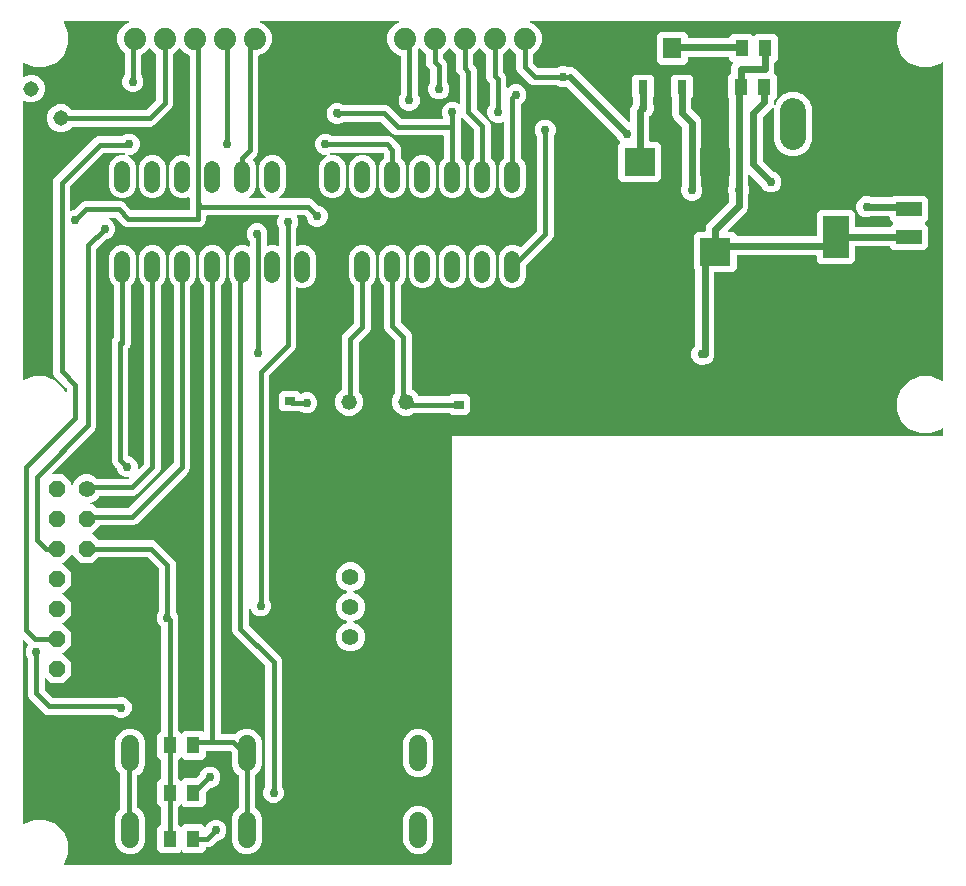
<source format=gbr>
G04 EAGLE Gerber RS-274X export*
G75*
%MOMM*%
%FSLAX34Y34*%
%LPD*%
%INTop Copper*%
%IPPOS*%
%AMOC8*
5,1,8,0,0,1.08239X$1,22.5*%
G01*
%ADD10R,2.600000X2.400000*%
%ADD11R,0.800000X1.200000*%
%ADD12C,1.320800*%
%ADD13R,1.879600X1.879600*%
%ADD14C,1.879600*%
%ADD15R,1.600000X1.803000*%
%ADD16C,1.320800*%
%ADD17R,1.100000X1.400000*%
%ADD18C,1.524000*%
%ADD19R,2.235200X1.219200*%
%ADD20R,2.200000X3.600000*%
%ADD21C,1.308000*%
%ADD22C,1.422400*%
%ADD23P,1.539592X8X292.500000*%
%ADD24R,0.900000X0.700000*%
%ADD25C,2.184400*%
%ADD26R,1.422400X1.422400*%
%ADD27C,0.609600*%
%ADD28C,0.756400*%
%ADD29C,0.406400*%

G36*
X570024Y77800D02*
X570024Y77800D01*
X570049Y77797D01*
X570144Y77819D01*
X570241Y77835D01*
X570262Y77847D01*
X570286Y77853D01*
X570370Y77904D01*
X570456Y77950D01*
X570473Y77968D01*
X570494Y77981D01*
X570556Y78057D01*
X570623Y78128D01*
X570633Y78151D01*
X570649Y78170D01*
X570683Y78261D01*
X570724Y78351D01*
X570726Y78375D01*
X570735Y78398D01*
X570749Y78545D01*
X570749Y441251D01*
X986455Y441251D01*
X986479Y441255D01*
X986504Y441252D01*
X986599Y441275D01*
X986696Y441290D01*
X986717Y441302D01*
X986741Y441308D01*
X986825Y441359D01*
X986911Y441405D01*
X986928Y441423D01*
X986949Y441436D01*
X987011Y441512D01*
X987078Y441584D01*
X987088Y441606D01*
X987104Y441625D01*
X987138Y441716D01*
X987179Y441806D01*
X987181Y441830D01*
X987190Y441853D01*
X987204Y442000D01*
X987204Y446627D01*
X987192Y446699D01*
X987190Y446773D01*
X987173Y446819D01*
X987165Y446868D01*
X987130Y446933D01*
X987104Y447001D01*
X987073Y447039D01*
X987050Y447083D01*
X986996Y447133D01*
X986949Y447190D01*
X986907Y447216D01*
X986872Y447250D01*
X986805Y447280D01*
X986742Y447319D01*
X986694Y447330D01*
X986649Y447351D01*
X986576Y447358D01*
X986505Y447375D01*
X986456Y447370D01*
X986406Y447375D01*
X986335Y447358D01*
X986262Y447351D01*
X986217Y447331D01*
X986169Y447319D01*
X986106Y447281D01*
X986039Y447250D01*
X985983Y447204D01*
X985961Y447191D01*
X985951Y447178D01*
X985925Y447157D01*
X985586Y446818D01*
X976706Y443139D01*
X967094Y443139D01*
X958214Y446817D01*
X951417Y453614D01*
X947739Y462494D01*
X947739Y472106D01*
X951417Y480986D01*
X958214Y487783D01*
X967094Y491461D01*
X976706Y491461D01*
X985586Y487782D01*
X985925Y487443D01*
X985985Y487400D01*
X986039Y487350D01*
X986083Y487330D01*
X986124Y487301D01*
X986194Y487280D01*
X986261Y487249D01*
X986310Y487245D01*
X986357Y487230D01*
X986430Y487233D01*
X986504Y487225D01*
X986552Y487237D01*
X986601Y487238D01*
X986670Y487264D01*
X986741Y487281D01*
X986783Y487307D01*
X986829Y487324D01*
X986886Y487370D01*
X986949Y487409D01*
X986980Y487447D01*
X987018Y487479D01*
X987057Y487541D01*
X987104Y487598D01*
X987121Y487644D01*
X987147Y487686D01*
X987164Y487757D01*
X987190Y487826D01*
X987197Y487899D01*
X987203Y487923D01*
X987201Y487940D01*
X987204Y487973D01*
X987204Y756627D01*
X987201Y756647D01*
X987203Y756665D01*
X987192Y756711D01*
X987190Y756773D01*
X987173Y756819D01*
X987165Y756868D01*
X987149Y756898D01*
X987147Y756902D01*
X987137Y756919D01*
X987130Y756933D01*
X987104Y757001D01*
X987073Y757039D01*
X987050Y757083D01*
X986996Y757133D01*
X986949Y757190D01*
X986907Y757216D01*
X986872Y757250D01*
X986805Y757280D01*
X986742Y757319D01*
X986694Y757330D01*
X986649Y757351D01*
X986576Y757358D01*
X986505Y757375D01*
X986456Y757370D01*
X986406Y757375D01*
X986335Y757358D01*
X986262Y757351D01*
X986217Y757331D01*
X986169Y757319D01*
X986106Y757281D01*
X986039Y757250D01*
X985996Y757215D01*
X985988Y757211D01*
X985981Y757203D01*
X985961Y757191D01*
X985951Y757178D01*
X985925Y757157D01*
X985586Y756818D01*
X976706Y753139D01*
X967094Y753139D01*
X958214Y756817D01*
X951417Y763614D01*
X947739Y772494D01*
X947739Y782106D01*
X951431Y791018D01*
X951450Y791039D01*
X951470Y791083D01*
X951499Y791123D01*
X951520Y791194D01*
X951551Y791261D01*
X951555Y791310D01*
X951570Y791357D01*
X951567Y791430D01*
X951575Y791504D01*
X951564Y791551D01*
X951562Y791601D01*
X951536Y791670D01*
X951519Y791741D01*
X951493Y791783D01*
X951476Y791829D01*
X951430Y791886D01*
X951391Y791949D01*
X951353Y791980D01*
X951322Y792018D01*
X951259Y792057D01*
X951202Y792104D01*
X951156Y792121D01*
X951114Y792147D01*
X951043Y792164D01*
X950974Y792190D01*
X950901Y792197D01*
X950877Y792203D01*
X950860Y792201D01*
X950827Y792204D01*
X638119Y792204D01*
X638023Y792188D01*
X637926Y792179D01*
X637903Y792169D01*
X637879Y792165D01*
X637792Y792118D01*
X637703Y792078D01*
X637685Y792061D01*
X637663Y792050D01*
X637596Y791978D01*
X637525Y791911D01*
X637513Y791890D01*
X637497Y791872D01*
X637456Y791782D01*
X637410Y791696D01*
X637406Y791672D01*
X637396Y791649D01*
X637386Y791552D01*
X637370Y791456D01*
X637374Y791431D01*
X637372Y791406D01*
X637394Y791311D01*
X637410Y791215D01*
X637421Y791193D01*
X637427Y791169D01*
X637478Y791086D01*
X637524Y790999D01*
X637543Y790983D01*
X637556Y790961D01*
X637631Y790899D01*
X637702Y790832D01*
X637731Y790817D01*
X637744Y790807D01*
X637767Y790798D01*
X637833Y790763D01*
X640701Y789575D01*
X644775Y785501D01*
X646979Y780180D01*
X646979Y774420D01*
X644775Y769099D01*
X640701Y765025D01*
X640076Y764766D01*
X640075Y764766D01*
X639987Y764711D01*
X639868Y764638D01*
X639868Y764637D01*
X639780Y764530D01*
X639713Y764449D01*
X639658Y764303D01*
X639627Y764221D01*
X639627Y764220D01*
X639627Y764219D01*
X639613Y764074D01*
X639613Y756757D01*
X639629Y756660D01*
X639638Y756563D01*
X639648Y756541D01*
X639652Y756516D01*
X639698Y756430D01*
X639739Y756341D01*
X639760Y756315D01*
X639767Y756301D01*
X639786Y756284D01*
X639832Y756227D01*
X643727Y752332D01*
X643806Y752275D01*
X643881Y752213D01*
X643905Y752205D01*
X643925Y752190D01*
X644018Y752162D01*
X644110Y752127D01*
X644143Y752124D01*
X644159Y752119D01*
X644183Y752120D01*
X644257Y752113D01*
X659269Y752113D01*
X659365Y752129D01*
X659462Y752138D01*
X659485Y752148D01*
X659509Y752152D01*
X659595Y752198D01*
X659684Y752239D01*
X659710Y752260D01*
X659725Y752267D01*
X659732Y752275D01*
X659733Y752275D01*
X659744Y752287D01*
X659798Y752332D01*
X659980Y752513D01*
X663237Y753863D01*
X666763Y753863D01*
X668672Y753072D01*
X668767Y753050D01*
X668861Y753021D01*
X668886Y753022D01*
X668910Y753016D01*
X669007Y753026D01*
X669104Y753029D01*
X669136Y753039D01*
X669153Y753040D01*
X669176Y753051D01*
X669246Y753072D01*
X669383Y753129D01*
X672617Y753129D01*
X675605Y751891D01*
X720592Y706904D01*
X720652Y706861D01*
X720706Y706811D01*
X720750Y706790D01*
X720791Y706761D01*
X720861Y706740D01*
X720928Y706710D01*
X720977Y706705D01*
X721024Y706691D01*
X721097Y706693D01*
X721171Y706686D01*
X721219Y706697D01*
X721268Y706698D01*
X721337Y706724D01*
X721408Y706741D01*
X721450Y706767D01*
X721496Y706784D01*
X721553Y706831D01*
X721616Y706870D01*
X721647Y706908D01*
X721685Y706939D01*
X721724Y707001D01*
X721771Y707058D01*
X721788Y707104D01*
X721814Y707146D01*
X721831Y707218D01*
X721857Y707286D01*
X721864Y707359D01*
X721870Y707384D01*
X721868Y707400D01*
X721871Y707433D01*
X721871Y717617D01*
X723109Y720605D01*
X724547Y722043D01*
X724590Y722102D01*
X724640Y722155D01*
X724664Y722201D01*
X724671Y722209D01*
X724676Y722222D01*
X724689Y722241D01*
X724694Y722257D01*
X724709Y722286D01*
X724714Y722297D01*
X724731Y722368D01*
X724757Y722437D01*
X724764Y722510D01*
X724770Y722534D01*
X724768Y722551D01*
X724771Y722584D01*
X724771Y727233D01*
X724755Y727330D01*
X724746Y727426D01*
X724736Y727449D01*
X724732Y727474D01*
X724686Y727560D01*
X724645Y727649D01*
X724624Y727674D01*
X724617Y727689D01*
X724598Y727706D01*
X724552Y727763D01*
X723819Y728495D01*
X723819Y744704D01*
X726796Y747681D01*
X739004Y747681D01*
X741981Y744704D01*
X741981Y728495D01*
X741248Y727763D01*
X741191Y727684D01*
X741129Y727608D01*
X741121Y727585D01*
X741106Y727565D01*
X741078Y727471D01*
X741043Y727380D01*
X741040Y727347D01*
X741035Y727331D01*
X741036Y727306D01*
X741029Y727233D01*
X741029Y722584D01*
X741041Y722512D01*
X741043Y722439D01*
X741064Y722368D01*
X741068Y722343D01*
X741076Y722329D01*
X741086Y722297D01*
X741763Y720663D01*
X741763Y717137D01*
X740413Y713880D01*
X738348Y711814D01*
X738291Y711735D01*
X738229Y711660D01*
X738221Y711636D01*
X738206Y711616D01*
X738178Y711523D01*
X738143Y711432D01*
X738140Y711399D01*
X738135Y711383D01*
X738136Y711358D01*
X738129Y711285D01*
X738129Y690930D01*
X738133Y690906D01*
X738130Y690881D01*
X738152Y690786D01*
X738168Y690689D01*
X738180Y690668D01*
X738186Y690644D01*
X738237Y690560D01*
X738283Y690474D01*
X738301Y690457D01*
X738314Y690436D01*
X738390Y690374D01*
X738461Y690307D01*
X738484Y690297D01*
X738503Y690281D01*
X738594Y690247D01*
X738684Y690206D01*
X738708Y690204D01*
X738731Y690195D01*
X738878Y690181D01*
X745104Y690181D01*
X748081Y687204D01*
X748081Y658996D01*
X745104Y656019D01*
X714896Y656019D01*
X711919Y658996D01*
X711919Y687205D01*
X713561Y688846D01*
X713575Y688866D01*
X713594Y688881D01*
X713646Y688965D01*
X713703Y689044D01*
X713710Y689068D01*
X713723Y689088D01*
X713745Y689184D01*
X713774Y689278D01*
X713773Y689302D01*
X713778Y689326D01*
X713769Y689424D01*
X713766Y689522D01*
X713757Y689545D01*
X713755Y689569D01*
X713714Y689658D01*
X713680Y689750D01*
X713664Y689769D01*
X713654Y689791D01*
X713561Y689906D01*
X711487Y691980D01*
X710810Y693614D01*
X710771Y693676D01*
X710741Y693743D01*
X710694Y693800D01*
X710681Y693821D01*
X710668Y693832D01*
X710647Y693857D01*
X668251Y736253D01*
X668133Y736338D01*
X668053Y736395D01*
X667932Y736432D01*
X667820Y736466D01*
X667819Y736466D01*
X667695Y736462D01*
X667576Y736458D01*
X667575Y736458D01*
X667435Y736416D01*
X666763Y736137D01*
X663237Y736137D01*
X659980Y737487D01*
X659798Y737668D01*
X659719Y737725D01*
X659644Y737787D01*
X659620Y737795D01*
X659600Y737810D01*
X659507Y737838D01*
X659416Y737873D01*
X659383Y737876D01*
X659367Y737881D01*
X659342Y737880D01*
X659269Y737887D01*
X639585Y737887D01*
X636971Y738970D01*
X626470Y749471D01*
X625387Y752085D01*
X625387Y764074D01*
X625369Y764184D01*
X625348Y764314D01*
X625348Y764315D01*
X625304Y764397D01*
X625233Y764529D01*
X625233Y764530D01*
X625149Y764608D01*
X625055Y764696D01*
X625055Y764697D01*
X625054Y764697D01*
X624925Y764766D01*
X624299Y765025D01*
X620330Y768994D01*
X620310Y769009D01*
X620294Y769027D01*
X620211Y769079D01*
X620131Y769136D01*
X620108Y769143D01*
X620087Y769156D01*
X619992Y769179D01*
X619898Y769207D01*
X619873Y769206D01*
X619850Y769212D01*
X619752Y769202D01*
X619654Y769199D01*
X619631Y769191D01*
X619607Y769188D01*
X619518Y769148D01*
X619426Y769113D01*
X619407Y769098D01*
X619384Y769088D01*
X619270Y768994D01*
X615301Y765025D01*
X614676Y764766D01*
X614675Y764766D01*
X614587Y764711D01*
X614468Y764638D01*
X614468Y764637D01*
X614380Y764530D01*
X614313Y764449D01*
X614258Y764303D01*
X614227Y764221D01*
X614227Y764220D01*
X614227Y764219D01*
X614213Y764074D01*
X614213Y749157D01*
X614229Y749060D01*
X614238Y748963D01*
X614248Y748941D01*
X614252Y748916D01*
X614298Y748830D01*
X614339Y748741D01*
X614360Y748715D01*
X614367Y748701D01*
X614386Y748684D01*
X614432Y748627D01*
X616030Y747029D01*
X617113Y744415D01*
X617113Y736455D01*
X617125Y736383D01*
X617127Y736309D01*
X617144Y736263D01*
X617152Y736215D01*
X617187Y736150D01*
X617213Y736081D01*
X617244Y736043D01*
X617267Y735999D01*
X617321Y735949D01*
X617368Y735892D01*
X617410Y735866D01*
X617445Y735833D01*
X617512Y735802D01*
X617575Y735763D01*
X617623Y735752D01*
X617668Y735732D01*
X617741Y735724D01*
X617812Y735708D01*
X617861Y735713D01*
X617911Y735708D01*
X617982Y735724D01*
X618055Y735731D01*
X618100Y735752D01*
X618148Y735763D01*
X618211Y735802D01*
X618278Y735832D01*
X618334Y735878D01*
X618356Y735892D01*
X618366Y735905D01*
X618392Y735926D01*
X619980Y737513D01*
X623237Y738863D01*
X626763Y738863D01*
X630020Y737513D01*
X632513Y735020D01*
X633863Y731763D01*
X633863Y728237D01*
X632513Y724980D01*
X630020Y722487D01*
X629876Y722427D01*
X629875Y722426D01*
X629785Y722371D01*
X629668Y722298D01*
X629574Y722183D01*
X629513Y722109D01*
X629457Y721961D01*
X629427Y721881D01*
X629427Y721880D01*
X629413Y721734D01*
X629413Y676726D01*
X629429Y676630D01*
X629438Y676533D01*
X629448Y676510D01*
X629452Y676486D01*
X629498Y676399D01*
X629539Y676311D01*
X629560Y676285D01*
X629567Y676270D01*
X629586Y676253D01*
X629632Y676196D01*
X632206Y673623D01*
X633985Y669328D01*
X633985Y651472D01*
X632206Y647177D01*
X628919Y643890D01*
X624624Y642111D01*
X619976Y642111D01*
X615681Y643890D01*
X612394Y647177D01*
X610615Y651472D01*
X610615Y669328D01*
X612394Y673623D01*
X614968Y676196D01*
X615025Y676276D01*
X615087Y676351D01*
X615095Y676374D01*
X615110Y676395D01*
X615138Y676488D01*
X615173Y676579D01*
X615176Y676612D01*
X615181Y676628D01*
X615180Y676653D01*
X615187Y676726D01*
X615187Y706434D01*
X615184Y706452D01*
X615186Y706465D01*
X615180Y706491D01*
X615181Y706532D01*
X615160Y706602D01*
X615148Y706675D01*
X615124Y706718D01*
X615110Y706765D01*
X615067Y706825D01*
X615033Y706890D01*
X614997Y706924D01*
X614968Y706964D01*
X614908Y707007D01*
X614855Y707057D01*
X614810Y707077D01*
X614770Y707106D01*
X614699Y707128D01*
X614632Y707158D01*
X614583Y707163D01*
X614537Y707177D01*
X614463Y707175D01*
X614389Y707182D01*
X614342Y707171D01*
X614293Y707169D01*
X614153Y707127D01*
X614152Y707127D01*
X614151Y707127D01*
X611763Y706137D01*
X608237Y706137D01*
X604980Y707487D01*
X602487Y709980D01*
X601137Y713237D01*
X601137Y716763D01*
X602487Y720020D01*
X602668Y720202D01*
X602725Y720281D01*
X602787Y720356D01*
X602795Y720380D01*
X602810Y720400D01*
X602838Y720493D01*
X602873Y720584D01*
X602876Y720617D01*
X602881Y720633D01*
X602880Y720658D01*
X602887Y720731D01*
X602887Y739743D01*
X602871Y739840D01*
X602862Y739937D01*
X602852Y739959D01*
X602848Y739984D01*
X602802Y740070D01*
X602761Y740159D01*
X602740Y740185D01*
X602733Y740199D01*
X602714Y740216D01*
X602668Y740273D01*
X601070Y741871D01*
X599987Y744485D01*
X599987Y764074D01*
X599969Y764184D01*
X599948Y764314D01*
X599948Y764315D01*
X599904Y764397D01*
X599833Y764529D01*
X599833Y764530D01*
X599749Y764608D01*
X599655Y764696D01*
X599655Y764697D01*
X599654Y764697D01*
X599525Y764766D01*
X598899Y765025D01*
X594930Y768994D01*
X594910Y769009D01*
X594894Y769027D01*
X594811Y769079D01*
X594731Y769136D01*
X594708Y769143D01*
X594687Y769156D01*
X594592Y769179D01*
X594498Y769207D01*
X594473Y769206D01*
X594450Y769212D01*
X594352Y769202D01*
X594254Y769199D01*
X594231Y769191D01*
X594207Y769188D01*
X594118Y769148D01*
X594026Y769113D01*
X594007Y769098D01*
X593984Y769088D01*
X593870Y768994D01*
X589901Y765025D01*
X589276Y764766D01*
X589275Y764766D01*
X589187Y764711D01*
X589068Y764638D01*
X589068Y764637D01*
X588980Y764530D01*
X588913Y764449D01*
X588858Y764303D01*
X588827Y764221D01*
X588827Y764220D01*
X588827Y764219D01*
X588813Y764074D01*
X588813Y755557D01*
X588829Y755460D01*
X588838Y755363D01*
X588848Y755341D01*
X588852Y755316D01*
X588898Y755230D01*
X588939Y755141D01*
X588960Y755115D01*
X588967Y755101D01*
X588986Y755084D01*
X589032Y755027D01*
X591030Y753029D01*
X592113Y750415D01*
X592113Y718257D01*
X592129Y718160D01*
X592138Y718063D01*
X592148Y718041D01*
X592152Y718016D01*
X592198Y717930D01*
X592239Y717841D01*
X592260Y717815D01*
X592267Y717801D01*
X592286Y717784D01*
X592332Y717727D01*
X602930Y707129D01*
X604013Y704515D01*
X604013Y676726D01*
X604029Y676630D01*
X604038Y676533D01*
X604048Y676510D01*
X604052Y676486D01*
X604098Y676399D01*
X604139Y676311D01*
X604160Y676285D01*
X604167Y676270D01*
X604186Y676253D01*
X604232Y676197D01*
X606806Y673623D01*
X608585Y669328D01*
X608585Y651472D01*
X606806Y647177D01*
X603519Y643890D01*
X599224Y642111D01*
X594576Y642111D01*
X590281Y643890D01*
X586994Y647177D01*
X585215Y651472D01*
X585215Y669328D01*
X586994Y673623D01*
X589568Y676197D01*
X589625Y676276D01*
X589687Y676351D01*
X589695Y676374D01*
X589710Y676395D01*
X589738Y676488D01*
X589773Y676579D01*
X589776Y676612D01*
X589781Y676628D01*
X589780Y676653D01*
X589787Y676726D01*
X589787Y699843D01*
X589771Y699940D01*
X589762Y700037D01*
X589752Y700059D01*
X589748Y700084D01*
X589702Y700170D01*
X589661Y700259D01*
X589640Y700285D01*
X589633Y700299D01*
X589614Y700316D01*
X589568Y700373D01*
X580017Y709924D01*
X579997Y709938D01*
X579982Y709957D01*
X579899Y710009D01*
X579819Y710066D01*
X579796Y710073D01*
X579775Y710086D01*
X579679Y710108D01*
X579585Y710137D01*
X579561Y710136D01*
X579537Y710142D01*
X579440Y710132D01*
X579342Y710129D01*
X579319Y710120D01*
X579294Y710118D01*
X579205Y710078D01*
X579113Y710043D01*
X579094Y710028D01*
X579072Y710017D01*
X578958Y709924D01*
X578832Y709798D01*
X578775Y709719D01*
X578713Y709644D01*
X578705Y709620D01*
X578690Y709600D01*
X578662Y709507D01*
X578627Y709416D01*
X578624Y709383D01*
X578619Y709367D01*
X578620Y709342D01*
X578613Y709269D01*
X578613Y676726D01*
X578629Y676630D01*
X578638Y676533D01*
X578648Y676510D01*
X578652Y676486D01*
X578698Y676399D01*
X578739Y676311D01*
X578760Y676285D01*
X578767Y676270D01*
X578786Y676253D01*
X578832Y676197D01*
X581406Y673623D01*
X583185Y669328D01*
X583185Y651472D01*
X581406Y647177D01*
X578119Y643890D01*
X573824Y642111D01*
X569176Y642111D01*
X564881Y643890D01*
X561594Y647177D01*
X559815Y651472D01*
X559815Y669328D01*
X561594Y673623D01*
X564168Y676197D01*
X564225Y676276D01*
X564287Y676351D01*
X564295Y676374D01*
X564310Y676395D01*
X564338Y676488D01*
X564373Y676579D01*
X564376Y676612D01*
X564381Y676628D01*
X564380Y676653D01*
X564387Y676726D01*
X564387Y694638D01*
X564383Y694662D01*
X564386Y694687D01*
X564364Y694782D01*
X564348Y694879D01*
X564336Y694900D01*
X564330Y694924D01*
X564279Y695008D01*
X564233Y695094D01*
X564215Y695111D01*
X564202Y695132D01*
X564126Y695194D01*
X564055Y695261D01*
X564032Y695271D01*
X564013Y695287D01*
X563922Y695321D01*
X563832Y695362D01*
X563808Y695364D01*
X563785Y695373D01*
X563638Y695387D01*
X523585Y695387D01*
X520971Y696470D01*
X510773Y706668D01*
X510694Y706725D01*
X510619Y706787D01*
X510595Y706795D01*
X510575Y706810D01*
X510482Y706838D01*
X510390Y706873D01*
X510357Y706876D01*
X510341Y706881D01*
X510317Y706880D01*
X510243Y706887D01*
X479731Y706887D01*
X479635Y706871D01*
X479538Y706862D01*
X479515Y706852D01*
X479491Y706848D01*
X479404Y706802D01*
X479316Y706761D01*
X479290Y706740D01*
X479275Y706733D01*
X479258Y706714D01*
X479202Y706668D01*
X479020Y706487D01*
X478513Y706276D01*
X478511Y706275D01*
X478384Y706208D01*
X477768Y705797D01*
X477051Y705655D01*
X476971Y705631D01*
X476951Y705628D01*
X476939Y705621D01*
X476910Y705612D01*
X475763Y705137D01*
X472237Y705137D01*
X468980Y706487D01*
X466487Y708980D01*
X465137Y712237D01*
X465137Y715763D01*
X466487Y719020D01*
X468980Y721513D01*
X472237Y722863D01*
X475763Y722863D01*
X479020Y721513D01*
X479202Y721332D01*
X479281Y721275D01*
X479356Y721213D01*
X479379Y721205D01*
X479400Y721190D01*
X479493Y721162D01*
X479584Y721127D01*
X479617Y721124D01*
X479633Y721119D01*
X479658Y721120D01*
X479731Y721113D01*
X514915Y721113D01*
X517529Y720030D01*
X527727Y709832D01*
X527806Y709775D01*
X527881Y709713D01*
X527905Y709705D01*
X527925Y709690D01*
X528018Y709662D01*
X528110Y709627D01*
X528143Y709624D01*
X528159Y709619D01*
X528183Y709620D01*
X528257Y709613D01*
X563017Y709613D01*
X563066Y709621D01*
X563115Y709619D01*
X563185Y709640D01*
X563258Y709652D01*
X563301Y709676D01*
X563348Y709690D01*
X563408Y709733D01*
X563473Y709767D01*
X563507Y709803D01*
X563547Y709832D01*
X563590Y709892D01*
X563640Y709945D01*
X563660Y709990D01*
X563689Y710030D01*
X563710Y710101D01*
X563741Y710168D01*
X563746Y710217D01*
X563760Y710263D01*
X563758Y710337D01*
X563765Y710411D01*
X563754Y710458D01*
X563752Y710507D01*
X563710Y710647D01*
X563710Y710648D01*
X563709Y710649D01*
X562637Y713237D01*
X562637Y716763D01*
X563987Y720020D01*
X566480Y722513D01*
X569737Y723863D01*
X573263Y723863D01*
X576520Y722513D01*
X576608Y722426D01*
X576668Y722383D01*
X576722Y722333D01*
X576766Y722312D01*
X576806Y722283D01*
X576877Y722262D01*
X576944Y722232D01*
X576993Y722227D01*
X577040Y722213D01*
X577113Y722215D01*
X577187Y722208D01*
X577235Y722219D01*
X577284Y722220D01*
X577353Y722246D01*
X577424Y722263D01*
X577466Y722289D01*
X577512Y722306D01*
X577569Y722353D01*
X577632Y722392D01*
X577663Y722430D01*
X577701Y722461D01*
X577740Y722523D01*
X577787Y722580D01*
X577804Y722626D01*
X577830Y722668D01*
X577847Y722740D01*
X577873Y722808D01*
X577880Y722881D01*
X577886Y722906D01*
X577884Y722922D01*
X577887Y722955D01*
X577887Y745743D01*
X577871Y745840D01*
X577862Y745937D01*
X577852Y745959D01*
X577848Y745984D01*
X577802Y746070D01*
X577761Y746159D01*
X577740Y746185D01*
X577733Y746199D01*
X577714Y746216D01*
X577668Y746273D01*
X575670Y748271D01*
X574587Y750885D01*
X574587Y764074D01*
X574569Y764184D01*
X574548Y764314D01*
X574548Y764315D01*
X574504Y764397D01*
X574433Y764529D01*
X574433Y764530D01*
X574349Y764608D01*
X574255Y764696D01*
X574255Y764697D01*
X574254Y764697D01*
X574125Y764766D01*
X573499Y765025D01*
X569530Y768994D01*
X569510Y769009D01*
X569494Y769027D01*
X569411Y769079D01*
X569331Y769136D01*
X569308Y769143D01*
X569287Y769156D01*
X569192Y769179D01*
X569098Y769207D01*
X569073Y769206D01*
X569050Y769212D01*
X568952Y769202D01*
X568854Y769199D01*
X568831Y769191D01*
X568807Y769188D01*
X568718Y769148D01*
X568626Y769113D01*
X568607Y769098D01*
X568584Y769088D01*
X568470Y768994D01*
X564501Y765025D01*
X563876Y764766D01*
X563875Y764766D01*
X563787Y764711D01*
X563668Y764638D01*
X563668Y764637D01*
X563580Y764530D01*
X563513Y764449D01*
X563458Y764303D01*
X563427Y764221D01*
X563427Y764220D01*
X563427Y764219D01*
X563413Y764074D01*
X563413Y760957D01*
X563429Y760860D01*
X563438Y760763D01*
X563448Y760741D01*
X563452Y760716D01*
X563498Y760630D01*
X563539Y760541D01*
X563560Y760515D01*
X563567Y760501D01*
X563586Y760484D01*
X563632Y760427D01*
X563924Y760135D01*
X566030Y758029D01*
X567113Y755415D01*
X567113Y740731D01*
X567129Y740635D01*
X567138Y740538D01*
X567148Y740515D01*
X567152Y740491D01*
X567198Y740405D01*
X567239Y740316D01*
X567260Y740290D01*
X567267Y740275D01*
X567286Y740258D01*
X567332Y740202D01*
X567513Y740020D01*
X568863Y736763D01*
X568863Y733237D01*
X567513Y729980D01*
X565020Y727487D01*
X561763Y726137D01*
X558237Y726137D01*
X554980Y727487D01*
X552487Y729980D01*
X551137Y733237D01*
X551137Y736763D01*
X552487Y740020D01*
X552668Y740202D01*
X552725Y740281D01*
X552787Y740356D01*
X552795Y740380D01*
X552810Y740400D01*
X552838Y740493D01*
X552873Y740584D01*
X552876Y740617D01*
X552881Y740633D01*
X552880Y740658D01*
X552887Y740731D01*
X552887Y750743D01*
X552871Y750840D01*
X552862Y750937D01*
X552852Y750959D01*
X552848Y750984D01*
X552802Y751070D01*
X552761Y751159D01*
X552740Y751185D01*
X552733Y751199D01*
X552714Y751217D01*
X552668Y751273D01*
X550270Y753671D01*
X549187Y756285D01*
X549187Y764074D01*
X549169Y764184D01*
X549148Y764314D01*
X549148Y764315D01*
X549104Y764397D01*
X549033Y764529D01*
X549033Y764530D01*
X548949Y764608D01*
X548855Y764696D01*
X548855Y764697D01*
X548854Y764697D01*
X548725Y764766D01*
X548099Y765025D01*
X544130Y768994D01*
X544110Y769008D01*
X544094Y769027D01*
X544011Y769079D01*
X543931Y769136D01*
X543908Y769143D01*
X543887Y769156D01*
X543792Y769179D01*
X543698Y769207D01*
X543673Y769206D01*
X543650Y769212D01*
X543552Y769202D01*
X543454Y769199D01*
X543431Y769191D01*
X543407Y769188D01*
X543318Y769148D01*
X543226Y769113D01*
X543207Y769098D01*
X543184Y769088D01*
X543070Y768994D01*
X542332Y768256D01*
X542275Y768177D01*
X542213Y768102D01*
X542205Y768078D01*
X542190Y768058D01*
X542162Y767965D01*
X542127Y767873D01*
X542124Y767840D01*
X542119Y767824D01*
X542120Y767799D01*
X542113Y767726D01*
X542113Y730731D01*
X542129Y730635D01*
X542138Y730538D01*
X542148Y730515D01*
X542152Y730491D01*
X542198Y730405D01*
X542239Y730316D01*
X542260Y730290D01*
X542267Y730275D01*
X542286Y730258D01*
X542332Y730202D01*
X542513Y730020D01*
X543863Y726763D01*
X543863Y723237D01*
X542513Y719980D01*
X540020Y717487D01*
X536763Y716137D01*
X533237Y716137D01*
X529980Y717487D01*
X527487Y719980D01*
X526137Y723237D01*
X526137Y726763D01*
X527487Y730020D01*
X527668Y730202D01*
X527725Y730281D01*
X527787Y730356D01*
X527795Y730380D01*
X527810Y730400D01*
X527838Y730493D01*
X527873Y730584D01*
X527876Y730617D01*
X527881Y730633D01*
X527880Y730658D01*
X527887Y730731D01*
X527887Y762376D01*
X527865Y762509D01*
X527848Y762616D01*
X527786Y762732D01*
X527733Y762831D01*
X527733Y762832D01*
X527656Y762903D01*
X527555Y762998D01*
X527554Y762999D01*
X527425Y763068D01*
X522699Y765025D01*
X518625Y769099D01*
X516421Y774420D01*
X516421Y780180D01*
X518625Y785501D01*
X522699Y789575D01*
X525567Y790763D01*
X525650Y790814D01*
X525737Y790860D01*
X525754Y790879D01*
X525775Y790892D01*
X525837Y790967D01*
X525903Y791039D01*
X525914Y791061D01*
X525929Y791080D01*
X525964Y791172D01*
X526004Y791261D01*
X526007Y791285D01*
X526015Y791309D01*
X526019Y791406D01*
X526028Y791504D01*
X526023Y791528D01*
X526024Y791552D01*
X525995Y791646D01*
X525973Y791741D01*
X525960Y791762D01*
X525953Y791786D01*
X525896Y791865D01*
X525844Y791949D01*
X525825Y791964D01*
X525811Y791984D01*
X525731Y792041D01*
X525656Y792104D01*
X525633Y792112D01*
X525613Y792127D01*
X525519Y792155D01*
X525428Y792190D01*
X525395Y792193D01*
X525379Y792198D01*
X525354Y792197D01*
X525281Y792204D01*
X409519Y792204D01*
X409423Y792188D01*
X409326Y792179D01*
X409303Y792169D01*
X409279Y792165D01*
X409192Y792118D01*
X409103Y792078D01*
X409085Y792061D01*
X409063Y792050D01*
X408996Y791978D01*
X408925Y791911D01*
X408913Y791890D01*
X408897Y791872D01*
X408856Y791782D01*
X408810Y791696D01*
X408806Y791672D01*
X408796Y791649D01*
X408786Y791552D01*
X408770Y791456D01*
X408774Y791431D01*
X408772Y791406D01*
X408794Y791311D01*
X408810Y791215D01*
X408821Y791193D01*
X408827Y791169D01*
X408878Y791086D01*
X408924Y790999D01*
X408943Y790983D01*
X408956Y790961D01*
X409031Y790899D01*
X409102Y790832D01*
X409131Y790817D01*
X409144Y790807D01*
X409167Y790798D01*
X409233Y790763D01*
X412101Y789575D01*
X416175Y785501D01*
X418379Y780180D01*
X418379Y774420D01*
X416175Y769099D01*
X412101Y765025D01*
X407576Y763151D01*
X407575Y763151D01*
X407479Y763091D01*
X407368Y763022D01*
X407280Y762914D01*
X407213Y762834D01*
X407213Y762833D01*
X407161Y762696D01*
X407127Y762605D01*
X407127Y762604D01*
X407113Y762458D01*
X407113Y681585D01*
X406030Y678971D01*
X402674Y675615D01*
X402659Y675595D01*
X402640Y675579D01*
X402589Y675496D01*
X402531Y675416D01*
X402524Y675393D01*
X402511Y675372D01*
X402489Y675277D01*
X402461Y675183D01*
X402461Y675158D01*
X402456Y675135D01*
X402465Y675037D01*
X402468Y674939D01*
X402477Y674916D01*
X402479Y674892D01*
X402520Y674802D01*
X402554Y674711D01*
X402570Y674692D01*
X402580Y674669D01*
X402674Y674555D01*
X403606Y673623D01*
X405385Y669328D01*
X405385Y651472D01*
X403606Y647177D01*
X400319Y643890D01*
X399508Y643554D01*
X399425Y643503D01*
X399339Y643457D01*
X399322Y643438D01*
X399301Y643425D01*
X399239Y643350D01*
X399172Y643278D01*
X399161Y643256D01*
X399146Y643237D01*
X399111Y643145D01*
X399071Y643056D01*
X399068Y643032D01*
X399060Y643008D01*
X399056Y642911D01*
X399047Y642813D01*
X399052Y642789D01*
X399052Y642765D01*
X399080Y642671D01*
X399102Y642576D01*
X399115Y642555D01*
X399122Y642531D01*
X399179Y642452D01*
X399231Y642368D01*
X399250Y642353D01*
X399264Y642333D01*
X399344Y642276D01*
X399419Y642213D01*
X399442Y642205D01*
X399463Y642190D01*
X399556Y642162D01*
X399648Y642127D01*
X399680Y642124D01*
X399696Y642119D01*
X399721Y642120D01*
X399794Y642113D01*
X413006Y642113D01*
X413102Y642129D01*
X413199Y642138D01*
X413222Y642148D01*
X413246Y642152D01*
X413333Y642199D01*
X413422Y642239D01*
X413440Y642256D01*
X413461Y642267D01*
X413528Y642339D01*
X413600Y642406D01*
X413611Y642427D01*
X413628Y642445D01*
X413669Y642534D01*
X413715Y642621D01*
X413719Y642645D01*
X413729Y642668D01*
X413739Y642765D01*
X413755Y642861D01*
X413751Y642886D01*
X413753Y642911D01*
X413731Y643006D01*
X413715Y643102D01*
X413704Y643124D01*
X413698Y643148D01*
X413646Y643231D01*
X413600Y643318D01*
X413582Y643334D01*
X413569Y643356D01*
X413494Y643418D01*
X413422Y643485D01*
X413394Y643500D01*
X413381Y643510D01*
X413358Y643519D01*
X413292Y643554D01*
X412481Y643890D01*
X409194Y647177D01*
X407415Y651472D01*
X407415Y669328D01*
X409194Y673623D01*
X412481Y676910D01*
X416776Y678689D01*
X421424Y678689D01*
X425719Y676910D01*
X429006Y673623D01*
X430785Y669328D01*
X430785Y651472D01*
X429006Y647177D01*
X425719Y643890D01*
X424908Y643554D01*
X424825Y643503D01*
X424739Y643457D01*
X424722Y643438D01*
X424701Y643425D01*
X424639Y643350D01*
X424572Y643278D01*
X424561Y643256D01*
X424546Y643237D01*
X424511Y643145D01*
X424471Y643056D01*
X424468Y643032D01*
X424460Y643008D01*
X424456Y642911D01*
X424447Y642813D01*
X424452Y642789D01*
X424452Y642765D01*
X424480Y642671D01*
X424502Y642576D01*
X424515Y642555D01*
X424522Y642531D01*
X424579Y642452D01*
X424631Y642368D01*
X424650Y642353D01*
X424664Y642333D01*
X424744Y642276D01*
X424819Y642213D01*
X424842Y642205D01*
X424863Y642190D01*
X424956Y642162D01*
X425048Y642127D01*
X425080Y642124D01*
X425096Y642119D01*
X425121Y642120D01*
X425194Y642113D01*
X450415Y642113D01*
X453029Y641030D01*
X457977Y636082D01*
X458056Y636025D01*
X458131Y635963D01*
X458155Y635955D01*
X458175Y635940D01*
X458268Y635912D01*
X458360Y635877D01*
X458393Y635874D01*
X458409Y635869D01*
X458433Y635870D01*
X458507Y635863D01*
X458763Y635863D01*
X462020Y634513D01*
X464513Y632020D01*
X465863Y628763D01*
X465863Y625237D01*
X464513Y621980D01*
X462020Y619487D01*
X458763Y618137D01*
X455237Y618137D01*
X451980Y619487D01*
X449487Y621980D01*
X448137Y625237D01*
X448137Y625493D01*
X448131Y625534D01*
X448132Y625546D01*
X448121Y625591D01*
X448112Y625687D01*
X448102Y625709D01*
X448098Y625734D01*
X448081Y625766D01*
X448076Y625784D01*
X448046Y625833D01*
X448011Y625909D01*
X447990Y625935D01*
X447983Y625949D01*
X447964Y625966D01*
X447959Y625974D01*
X447948Y625991D01*
X447937Y626000D01*
X447918Y626023D01*
X446273Y627668D01*
X446194Y627725D01*
X446119Y627787D01*
X446095Y627795D01*
X446075Y627810D01*
X445982Y627838D01*
X445890Y627873D01*
X445857Y627876D01*
X445841Y627881D01*
X445817Y627880D01*
X445743Y627887D01*
X440276Y627887D01*
X440227Y627879D01*
X440178Y627881D01*
X440108Y627860D01*
X440035Y627848D01*
X439992Y627824D01*
X439945Y627810D01*
X439885Y627767D01*
X439820Y627733D01*
X439786Y627697D01*
X439746Y627668D01*
X439703Y627608D01*
X439653Y627555D01*
X439633Y627510D01*
X439604Y627470D01*
X439583Y627399D01*
X439552Y627332D01*
X439547Y627283D01*
X439533Y627237D01*
X439535Y627163D01*
X439528Y627089D01*
X439539Y627042D01*
X439541Y626993D01*
X439583Y626853D01*
X439583Y626852D01*
X439583Y626851D01*
X440863Y623763D01*
X440863Y620237D01*
X439513Y616980D01*
X439332Y616798D01*
X439275Y616719D01*
X439213Y616644D01*
X439205Y616620D01*
X439190Y616600D01*
X439162Y616506D01*
X439127Y616416D01*
X439124Y616383D01*
X439119Y616367D01*
X439120Y616342D01*
X439113Y616269D01*
X439113Y602341D01*
X439121Y602293D01*
X439119Y602244D01*
X439140Y602173D01*
X439152Y602101D01*
X439176Y602057D01*
X439190Y602010D01*
X439233Y601950D01*
X439267Y601885D01*
X439303Y601852D01*
X439332Y601812D01*
X439392Y601769D01*
X439445Y601718D01*
X439490Y601698D01*
X439530Y601670D01*
X439601Y601648D01*
X439668Y601618D01*
X439717Y601613D01*
X439763Y601599D01*
X439837Y601601D01*
X439911Y601594D01*
X439958Y601605D01*
X440007Y601606D01*
X440147Y601649D01*
X440148Y601649D01*
X440149Y601649D01*
X442176Y602489D01*
X446824Y602489D01*
X451119Y600710D01*
X454406Y597423D01*
X456185Y593128D01*
X456185Y575272D01*
X454406Y570977D01*
X451119Y567690D01*
X446824Y565911D01*
X442176Y565911D01*
X440149Y566751D01*
X440101Y566762D01*
X440056Y566782D01*
X439983Y566790D01*
X439911Y566806D01*
X439862Y566802D01*
X439813Y566806D01*
X439742Y566790D01*
X439668Y566782D01*
X439624Y566762D01*
X439576Y566751D01*
X439513Y566712D01*
X439446Y566682D01*
X439410Y566648D01*
X439368Y566622D01*
X439322Y566565D01*
X439268Y566515D01*
X439245Y566472D01*
X439213Y566434D01*
X439187Y566365D01*
X439153Y566300D01*
X439145Y566252D01*
X439127Y566206D01*
X439113Y566060D01*
X439113Y566059D01*
X439113Y516585D01*
X438030Y513971D01*
X416332Y492273D01*
X416275Y492194D01*
X416213Y492119D01*
X416205Y492095D01*
X416190Y492075D01*
X416162Y491982D01*
X416127Y491890D01*
X416124Y491857D01*
X416119Y491841D01*
X416120Y491817D01*
X416113Y491743D01*
X416113Y302731D01*
X416129Y302635D01*
X416138Y302538D01*
X416148Y302515D01*
X416152Y302491D01*
X416198Y302405D01*
X416239Y302316D01*
X416260Y302290D01*
X416267Y302275D01*
X416286Y302258D01*
X416332Y302202D01*
X416513Y302020D01*
X417863Y298763D01*
X417863Y295237D01*
X416513Y291980D01*
X414020Y289487D01*
X410763Y288137D01*
X407237Y288137D01*
X403980Y289487D01*
X401487Y291980D01*
X400554Y294231D01*
X400503Y294314D01*
X400457Y294400D01*
X400438Y294417D01*
X400425Y294438D01*
X400350Y294500D01*
X400278Y294567D01*
X400256Y294577D01*
X400237Y294593D01*
X400145Y294627D01*
X400056Y294667D01*
X400032Y294670D01*
X400008Y294679D01*
X399911Y294682D01*
X399813Y294692D01*
X399789Y294686D01*
X399765Y294687D01*
X399671Y294658D01*
X399576Y294636D01*
X399555Y294623D01*
X399531Y294616D01*
X399452Y294559D01*
X399368Y294508D01*
X399353Y294488D01*
X399333Y294474D01*
X399276Y294395D01*
X399213Y294319D01*
X399205Y294296D01*
X399190Y294276D01*
X399162Y294182D01*
X399127Y294091D01*
X399124Y294058D01*
X399119Y294042D01*
X399120Y294017D01*
X399113Y293944D01*
X399113Y281067D01*
X399129Y280971D01*
X399138Y280874D01*
X399148Y280851D01*
X399152Y280826D01*
X399198Y280740D01*
X399239Y280652D01*
X399260Y280626D01*
X399267Y280611D01*
X399286Y280594D01*
X399332Y280537D01*
X426030Y253840D01*
X427113Y251225D01*
X427113Y144731D01*
X427129Y144635D01*
X427138Y144538D01*
X427148Y144515D01*
X427152Y144491D01*
X427198Y144405D01*
X427239Y144316D01*
X427260Y144290D01*
X427267Y144275D01*
X427286Y144258D01*
X427332Y144202D01*
X427513Y144020D01*
X428863Y140763D01*
X428863Y137237D01*
X427513Y133980D01*
X425020Y131487D01*
X421763Y130137D01*
X418237Y130137D01*
X414980Y131487D01*
X412487Y133980D01*
X411137Y137237D01*
X411137Y140763D01*
X412487Y144020D01*
X412668Y144202D01*
X412725Y144281D01*
X412787Y144356D01*
X412795Y144380D01*
X412810Y144400D01*
X412838Y144493D01*
X412873Y144584D01*
X412876Y144617D01*
X412881Y144633D01*
X412880Y144658D01*
X412887Y144731D01*
X412887Y246554D01*
X412871Y246650D01*
X412862Y246747D01*
X412852Y246770D01*
X412848Y246795D01*
X412802Y246881D01*
X412761Y246970D01*
X412740Y246995D01*
X412733Y247010D01*
X412714Y247027D01*
X412668Y247084D01*
X385970Y273782D01*
X384887Y276396D01*
X384887Y569574D01*
X384871Y569670D01*
X384862Y569767D01*
X384852Y569790D01*
X384848Y569814D01*
X384802Y569900D01*
X384761Y569989D01*
X384740Y570015D01*
X384733Y570030D01*
X384714Y570047D01*
X384668Y570104D01*
X383794Y570977D01*
X382015Y575272D01*
X382015Y593128D01*
X383794Y597423D01*
X387081Y600710D01*
X391376Y602489D01*
X396024Y602489D01*
X398851Y601318D01*
X398899Y601307D01*
X398944Y601286D01*
X399017Y601279D01*
X399089Y601262D01*
X399138Y601267D01*
X399187Y601262D01*
X399258Y601279D01*
X399332Y601286D01*
X399376Y601306D01*
X399424Y601317D01*
X399487Y601356D01*
X399554Y601387D01*
X399590Y601420D01*
X399632Y601446D01*
X399678Y601503D01*
X399732Y601554D01*
X399755Y601597D01*
X399787Y601635D01*
X399813Y601704D01*
X399847Y601769D01*
X399855Y601817D01*
X399873Y601863D01*
X399887Y602009D01*
X399887Y602010D01*
X399887Y605269D01*
X399883Y605292D01*
X399886Y605316D01*
X399869Y605387D01*
X399862Y605462D01*
X399852Y605485D01*
X399848Y605509D01*
X399836Y605532D01*
X399830Y605554D01*
X399793Y605614D01*
X399761Y605684D01*
X399740Y605710D01*
X399733Y605725D01*
X399714Y605742D01*
X399713Y605744D01*
X399702Y605761D01*
X399691Y605770D01*
X399668Y605798D01*
X398487Y606980D01*
X397137Y610237D01*
X397137Y613763D01*
X398487Y617020D01*
X400980Y619513D01*
X404237Y620863D01*
X407763Y620863D01*
X411020Y619513D01*
X413513Y617020D01*
X414863Y613763D01*
X414863Y610237D01*
X414170Y608564D01*
X414153Y608493D01*
X414150Y608486D01*
X414138Y608459D01*
X414138Y608452D01*
X414127Y608424D01*
X414120Y608351D01*
X414114Y608326D01*
X414116Y608310D01*
X414113Y608277D01*
X414113Y602507D01*
X414121Y602459D01*
X414119Y602410D01*
X414140Y602339D01*
X414152Y602266D01*
X414176Y602223D01*
X414190Y602176D01*
X414233Y602116D01*
X414267Y602051D01*
X414303Y602017D01*
X414332Y601978D01*
X414392Y601935D01*
X414445Y601884D01*
X414490Y601864D01*
X414530Y601835D01*
X414600Y601814D01*
X414668Y601783D01*
X414717Y601779D01*
X414763Y601764D01*
X414837Y601767D01*
X414911Y601759D01*
X414958Y601770D01*
X415007Y601772D01*
X415147Y601814D01*
X415148Y601815D01*
X415149Y601815D01*
X416776Y602489D01*
X421424Y602489D01*
X423851Y601483D01*
X423899Y601472D01*
X423944Y601452D01*
X424017Y601445D01*
X424089Y601428D01*
X424138Y601433D01*
X424187Y601428D01*
X424258Y601445D01*
X424332Y601452D01*
X424376Y601472D01*
X424424Y601483D01*
X424487Y601522D01*
X424554Y601552D01*
X424590Y601586D01*
X424632Y601612D01*
X424678Y601669D01*
X424732Y601719D01*
X424755Y601762D01*
X424787Y601800D01*
X424813Y601869D01*
X424847Y601934D01*
X424855Y601983D01*
X424873Y602029D01*
X424887Y602174D01*
X424887Y602175D01*
X424887Y602176D01*
X424887Y616269D01*
X424871Y616365D01*
X424862Y616462D01*
X424852Y616485D01*
X424848Y616509D01*
X424802Y616595D01*
X424761Y616684D01*
X424740Y616710D01*
X424733Y616725D01*
X424714Y616742D01*
X424668Y616798D01*
X424487Y616980D01*
X423137Y620237D01*
X423137Y623763D01*
X424417Y626851D01*
X424428Y626899D01*
X424448Y626944D01*
X424455Y627017D01*
X424472Y627089D01*
X424467Y627138D01*
X424472Y627187D01*
X424455Y627258D01*
X424448Y627332D01*
X424428Y627376D01*
X424417Y627424D01*
X424378Y627487D01*
X424347Y627554D01*
X424314Y627590D01*
X424288Y627632D01*
X424231Y627678D01*
X424181Y627732D01*
X424137Y627755D01*
X424100Y627787D01*
X424031Y627813D01*
X423966Y627847D01*
X423917Y627855D01*
X423871Y627873D01*
X423726Y627887D01*
X423725Y627887D01*
X423724Y627887D01*
X363862Y627887D01*
X363838Y627883D01*
X363813Y627886D01*
X363718Y627864D01*
X363621Y627848D01*
X363600Y627836D01*
X363576Y627830D01*
X363492Y627779D01*
X363406Y627733D01*
X363389Y627715D01*
X363368Y627702D01*
X363306Y627626D01*
X363239Y627555D01*
X363229Y627532D01*
X363213Y627513D01*
X363179Y627422D01*
X363138Y627332D01*
X363136Y627308D01*
X363127Y627285D01*
X363113Y627138D01*
X363113Y623585D01*
X362030Y620971D01*
X360029Y618970D01*
X357415Y617887D01*
X295585Y617887D01*
X292971Y618970D01*
X290865Y621076D01*
X286273Y625668D01*
X286194Y625725D01*
X286119Y625787D01*
X286095Y625795D01*
X286075Y625810D01*
X285982Y625838D01*
X285890Y625873D01*
X285857Y625876D01*
X285841Y625881D01*
X285817Y625880D01*
X285743Y625887D01*
X281263Y625887D01*
X281167Y625871D01*
X281069Y625862D01*
X281047Y625852D01*
X281022Y625848D01*
X280936Y625801D01*
X280847Y625761D01*
X280829Y625744D01*
X280807Y625733D01*
X280741Y625661D01*
X280669Y625594D01*
X280657Y625573D01*
X280640Y625555D01*
X280600Y625466D01*
X280554Y625379D01*
X280550Y625355D01*
X280540Y625332D01*
X280530Y625235D01*
X280514Y625139D01*
X280518Y625114D01*
X280516Y625089D01*
X280538Y624994D01*
X280554Y624898D01*
X280565Y624876D01*
X280571Y624852D01*
X280623Y624768D01*
X280668Y624682D01*
X280686Y624666D01*
X280699Y624644D01*
X280775Y624582D01*
X280846Y624515D01*
X280875Y624500D01*
X280888Y624490D01*
X280911Y624481D01*
X280977Y624446D01*
X282020Y624013D01*
X284513Y621520D01*
X285863Y618263D01*
X285863Y614737D01*
X284513Y611480D01*
X282020Y608987D01*
X278763Y607637D01*
X278507Y607637D01*
X278410Y607621D01*
X278313Y607612D01*
X278291Y607602D01*
X278266Y607598D01*
X278180Y607552D01*
X278091Y607511D01*
X278065Y607490D01*
X278051Y607483D01*
X278034Y607464D01*
X277977Y607418D01*
X270332Y599773D01*
X270283Y599705D01*
X270269Y599690D01*
X270266Y599683D01*
X270213Y599619D01*
X270205Y599595D01*
X270190Y599575D01*
X270162Y599482D01*
X270127Y599390D01*
X270124Y599357D01*
X270119Y599341D01*
X270120Y599317D01*
X270113Y599243D01*
X270113Y448585D01*
X269030Y445971D01*
X232731Y409672D01*
X232688Y409612D01*
X232638Y409558D01*
X232617Y409514D01*
X232589Y409473D01*
X232567Y409403D01*
X232537Y409336D01*
X232532Y409287D01*
X232518Y409240D01*
X232520Y409167D01*
X232513Y409093D01*
X232524Y409045D01*
X232526Y408996D01*
X232551Y408927D01*
X232568Y408856D01*
X232594Y408814D01*
X232611Y408768D01*
X232658Y408711D01*
X232697Y408648D01*
X232735Y408617D01*
X232766Y408579D01*
X232828Y408540D01*
X232885Y408493D01*
X232931Y408476D01*
X232973Y408450D01*
X233045Y408433D01*
X233114Y408407D01*
X233187Y408400D01*
X233211Y408394D01*
X233227Y408396D01*
X233260Y408393D01*
X241350Y408393D01*
X248493Y401250D01*
X248493Y399943D01*
X248495Y399930D01*
X248494Y399925D01*
X248499Y399904D01*
X248509Y399846D01*
X248518Y399749D01*
X248528Y399726D01*
X248532Y399702D01*
X248579Y399616D01*
X248619Y399527D01*
X248636Y399509D01*
X248647Y399487D01*
X248719Y399420D01*
X248786Y399348D01*
X248807Y399337D01*
X248825Y399320D01*
X248914Y399279D01*
X249001Y399233D01*
X249025Y399229D01*
X249048Y399219D01*
X249145Y399209D01*
X249241Y399193D01*
X249266Y399197D01*
X249291Y399195D01*
X249386Y399217D01*
X249482Y399233D01*
X249504Y399245D01*
X249528Y399250D01*
X249611Y399302D01*
X249698Y399348D01*
X249714Y399366D01*
X249736Y399379D01*
X249798Y399454D01*
X249865Y399526D01*
X249880Y399555D01*
X249890Y399567D01*
X249899Y399591D01*
X249934Y399656D01*
X251363Y403107D01*
X254793Y406537D01*
X259275Y408393D01*
X264125Y408393D01*
X268607Y406536D01*
X270311Y404832D01*
X270390Y404775D01*
X270465Y404713D01*
X270489Y404705D01*
X270509Y404690D01*
X270603Y404662D01*
X270694Y404627D01*
X270727Y404624D01*
X270743Y404619D01*
X270768Y404620D01*
X270841Y404613D01*
X297243Y404613D01*
X297340Y404629D01*
X297436Y404638D01*
X297459Y404648D01*
X297484Y404652D01*
X297570Y404698D01*
X297659Y404738D01*
X297685Y404760D01*
X297699Y404767D01*
X297716Y404786D01*
X297773Y404832D01*
X297799Y404858D01*
X297842Y404918D01*
X297892Y404972D01*
X297913Y405016D01*
X297941Y405056D01*
X297963Y405127D01*
X297993Y405194D01*
X297998Y405243D01*
X298012Y405290D01*
X298010Y405363D01*
X298017Y405437D01*
X298006Y405484D01*
X298005Y405533D01*
X297979Y405602D01*
X297962Y405674D01*
X297936Y405716D01*
X297919Y405762D01*
X297872Y405819D01*
X297833Y405882D01*
X297795Y405913D01*
X297764Y405951D01*
X297702Y405990D01*
X297645Y406037D01*
X297599Y406054D01*
X297557Y406080D01*
X297485Y406097D01*
X297416Y406123D01*
X297344Y406130D01*
X297320Y406136D01*
X297303Y406134D01*
X297270Y406137D01*
X294237Y406137D01*
X290980Y407487D01*
X288487Y409980D01*
X287137Y413237D01*
X287137Y413493D01*
X287135Y413505D01*
X287136Y413508D01*
X287133Y413521D01*
X287121Y413590D01*
X287112Y413687D01*
X287102Y413709D01*
X287098Y413734D01*
X287051Y413820D01*
X287011Y413909D01*
X286990Y413935D01*
X286983Y413949D01*
X286964Y413966D01*
X286918Y414023D01*
X286076Y414865D01*
X283970Y416971D01*
X282887Y419585D01*
X282887Y521415D01*
X283970Y524029D01*
X284768Y524827D01*
X284825Y524906D01*
X284887Y524981D01*
X284895Y525005D01*
X284910Y525025D01*
X284938Y525118D01*
X284973Y525210D01*
X284976Y525243D01*
X284981Y525259D01*
X284980Y525283D01*
X284987Y525357D01*
X284987Y567874D01*
X284971Y567970D01*
X284962Y568067D01*
X284952Y568090D01*
X284948Y568114D01*
X284902Y568201D01*
X284861Y568289D01*
X284840Y568315D01*
X284833Y568330D01*
X284814Y568347D01*
X284768Y568404D01*
X282194Y570977D01*
X280415Y575272D01*
X280415Y593128D01*
X282194Y597423D01*
X285481Y600710D01*
X289776Y602489D01*
X294424Y602489D01*
X298719Y600710D01*
X302006Y597423D01*
X303785Y593128D01*
X303785Y575272D01*
X302006Y570977D01*
X299432Y568404D01*
X299375Y568324D01*
X299313Y568249D01*
X299305Y568226D01*
X299290Y568205D01*
X299262Y568112D01*
X299227Y568021D01*
X299224Y567988D01*
X299219Y567972D01*
X299220Y567947D01*
X299213Y567874D01*
X299213Y518585D01*
X298130Y515971D01*
X297332Y515173D01*
X297275Y515094D01*
X297213Y515019D01*
X297205Y514995D01*
X297190Y514975D01*
X297162Y514882D01*
X297127Y514790D01*
X297124Y514757D01*
X297119Y514741D01*
X297120Y514717D01*
X297113Y514643D01*
X297113Y424612D01*
X297117Y424588D01*
X297114Y424563D01*
X297136Y424468D01*
X297152Y424371D01*
X297164Y424350D01*
X297170Y424326D01*
X297221Y424242D01*
X297267Y424156D01*
X297285Y424139D01*
X297298Y424118D01*
X297374Y424056D01*
X297445Y423989D01*
X297468Y423979D01*
X297487Y423963D01*
X297578Y423929D01*
X297668Y423888D01*
X297692Y423886D01*
X297715Y423877D01*
X297732Y423876D01*
X301020Y422513D01*
X303513Y420020D01*
X304863Y416763D01*
X304863Y413730D01*
X304875Y413658D01*
X304877Y413585D01*
X304894Y413538D01*
X304902Y413490D01*
X304937Y413425D01*
X304963Y413356D01*
X304994Y413318D01*
X305017Y413275D01*
X305071Y413224D01*
X305118Y413167D01*
X305159Y413141D01*
X305195Y413108D01*
X305262Y413077D01*
X305325Y413038D01*
X305373Y413027D01*
X305418Y413007D01*
X305491Y413000D01*
X305562Y412983D01*
X305611Y412988D01*
X305661Y412983D01*
X305732Y412999D01*
X305805Y413007D01*
X305850Y413027D01*
X305898Y413038D01*
X305961Y413077D01*
X306028Y413107D01*
X306084Y413154D01*
X306106Y413167D01*
X306116Y413180D01*
X306142Y413201D01*
X310168Y417227D01*
X310225Y417306D01*
X310287Y417381D01*
X310295Y417405D01*
X310310Y417425D01*
X310338Y417518D01*
X310373Y417610D01*
X310376Y417643D01*
X310381Y417659D01*
X310380Y417683D01*
X310387Y417757D01*
X310387Y567874D01*
X310371Y567970D01*
X310362Y568067D01*
X310352Y568090D01*
X310348Y568114D01*
X310302Y568201D01*
X310261Y568289D01*
X310240Y568315D01*
X310233Y568330D01*
X310214Y568347D01*
X310168Y568404D01*
X307594Y570977D01*
X305815Y575272D01*
X305815Y593128D01*
X307594Y597423D01*
X310881Y600710D01*
X315176Y602489D01*
X319824Y602489D01*
X324119Y600710D01*
X327406Y597423D01*
X329185Y593128D01*
X329185Y575272D01*
X327406Y570977D01*
X324832Y568404D01*
X324775Y568324D01*
X324713Y568249D01*
X324705Y568226D01*
X324690Y568205D01*
X324662Y568112D01*
X324627Y568021D01*
X324624Y567988D01*
X324619Y567972D01*
X324620Y567947D01*
X324613Y567874D01*
X324613Y413085D01*
X323530Y410471D01*
X304529Y391470D01*
X301915Y390387D01*
X272990Y390387D01*
X272860Y390366D01*
X272750Y390348D01*
X272749Y390348D01*
X272634Y390286D01*
X272535Y390233D01*
X272534Y390233D01*
X272450Y390143D01*
X272368Y390055D01*
X272367Y390055D01*
X272367Y390054D01*
X272298Y389925D01*
X272037Y389293D01*
X268607Y385863D01*
X265156Y384434D01*
X265073Y384383D01*
X264987Y384337D01*
X264970Y384318D01*
X264949Y384305D01*
X264887Y384230D01*
X264820Y384158D01*
X264810Y384136D01*
X264794Y384117D01*
X264759Y384025D01*
X264719Y383936D01*
X264717Y383912D01*
X264708Y383888D01*
X264705Y383791D01*
X264695Y383693D01*
X264701Y383669D01*
X264700Y383645D01*
X264728Y383551D01*
X264750Y383456D01*
X264763Y383435D01*
X264770Y383411D01*
X264827Y383332D01*
X264879Y383248D01*
X264898Y383233D01*
X264912Y383213D01*
X264992Y383156D01*
X265067Y383093D01*
X265091Y383085D01*
X265111Y383070D01*
X265204Y383042D01*
X265296Y383007D01*
X265328Y383004D01*
X265344Y382999D01*
X265369Y383000D01*
X265443Y382993D01*
X266750Y382993D01*
X269911Y379832D01*
X269990Y379775D01*
X270065Y379713D01*
X270089Y379705D01*
X270109Y379690D01*
X270203Y379662D01*
X270294Y379627D01*
X270327Y379624D01*
X270343Y379619D01*
X270368Y379620D01*
X270441Y379613D01*
X296743Y379613D01*
X296840Y379629D01*
X296937Y379638D01*
X296959Y379648D01*
X296984Y379652D01*
X297070Y379698D01*
X297159Y379739D01*
X297185Y379760D01*
X297199Y379767D01*
X297216Y379786D01*
X297273Y379832D01*
X335168Y417727D01*
X335225Y417806D01*
X335287Y417881D01*
X335295Y417905D01*
X335310Y417925D01*
X335338Y418018D01*
X335373Y418110D01*
X335376Y418143D01*
X335381Y418159D01*
X335380Y418183D01*
X335387Y418257D01*
X335387Y568274D01*
X335371Y568370D01*
X335362Y568467D01*
X335352Y568490D01*
X335348Y568514D01*
X335302Y568601D01*
X335261Y568689D01*
X335240Y568715D01*
X335233Y568730D01*
X335214Y568747D01*
X335168Y568804D01*
X332994Y570977D01*
X331215Y575272D01*
X331215Y593128D01*
X332994Y597423D01*
X336281Y600710D01*
X340576Y602489D01*
X345224Y602489D01*
X349519Y600710D01*
X352806Y597423D01*
X354585Y593128D01*
X354585Y575272D01*
X352806Y570977D01*
X349832Y568004D01*
X349775Y567924D01*
X349713Y567849D01*
X349705Y567826D01*
X349690Y567805D01*
X349662Y567712D01*
X349627Y567621D01*
X349624Y567588D01*
X349619Y567572D01*
X349620Y567547D01*
X349613Y567474D01*
X349613Y413585D01*
X348530Y410971D01*
X346424Y408865D01*
X304029Y366470D01*
X301415Y365387D01*
X273841Y365387D01*
X273744Y365371D01*
X273648Y365362D01*
X273625Y365352D01*
X273600Y365348D01*
X273514Y365302D01*
X273425Y365261D01*
X273400Y365240D01*
X273385Y365233D01*
X273368Y365214D01*
X273311Y365168D01*
X266773Y358630D01*
X266759Y358610D01*
X266740Y358594D01*
X266688Y358511D01*
X266631Y358431D01*
X266624Y358408D01*
X266611Y358387D01*
X266588Y358292D01*
X266560Y358198D01*
X266561Y358173D01*
X266555Y358150D01*
X266565Y358052D01*
X266568Y357954D01*
X266576Y357931D01*
X266579Y357907D01*
X266619Y357818D01*
X266654Y357726D01*
X266669Y357707D01*
X266679Y357684D01*
X266773Y357570D01*
X271611Y352732D01*
X271690Y352675D01*
X271765Y352613D01*
X271789Y352605D01*
X271809Y352590D01*
X271903Y352562D01*
X271994Y352527D01*
X272027Y352524D01*
X272043Y352519D01*
X272068Y352520D01*
X272141Y352513D01*
X318015Y352513D01*
X320629Y351430D01*
X336030Y336029D01*
X337113Y333415D01*
X337113Y292731D01*
X337129Y292635D01*
X337138Y292538D01*
X337148Y292515D01*
X337152Y292491D01*
X337198Y292405D01*
X337239Y292316D01*
X337260Y292290D01*
X337267Y292275D01*
X337286Y292258D01*
X337332Y292202D01*
X337513Y292020D01*
X338863Y288763D01*
X338863Y287167D01*
X338875Y287095D01*
X338877Y287022D01*
X338898Y286951D01*
X338902Y286927D01*
X338910Y286912D01*
X338920Y286881D01*
X339113Y286415D01*
X339113Y191830D01*
X339117Y191806D01*
X339114Y191781D01*
X339136Y191686D01*
X339152Y191589D01*
X339164Y191568D01*
X339170Y191544D01*
X339221Y191460D01*
X339267Y191374D01*
X339285Y191357D01*
X339298Y191336D01*
X339374Y191274D01*
X339445Y191207D01*
X339468Y191197D01*
X339487Y191181D01*
X339514Y191171D01*
X341470Y189215D01*
X341490Y189201D01*
X341506Y189182D01*
X341589Y189130D01*
X341669Y189073D01*
X341692Y189066D01*
X341713Y189053D01*
X341808Y189031D01*
X341902Y189002D01*
X341927Y189003D01*
X341950Y188997D01*
X342048Y189007D01*
X342146Y189010D01*
X342169Y189019D01*
X342193Y189021D01*
X342282Y189061D01*
X342374Y189096D01*
X342393Y189111D01*
X342416Y189121D01*
X342530Y189215D01*
X344395Y191081D01*
X359605Y191081D01*
X359908Y190777D01*
X359968Y190734D01*
X360022Y190684D01*
X360066Y190664D01*
X360107Y190635D01*
X360177Y190614D01*
X360244Y190583D01*
X360293Y190578D01*
X360340Y190564D01*
X360413Y190566D01*
X360487Y190559D01*
X360535Y190570D01*
X360584Y190572D01*
X360653Y190598D01*
X360724Y190614D01*
X360766Y190640D01*
X360812Y190658D01*
X360869Y190704D01*
X360932Y190743D01*
X360963Y190781D01*
X361001Y190812D01*
X361040Y190875D01*
X361087Y190932D01*
X361104Y190978D01*
X361130Y191020D01*
X361147Y191091D01*
X361173Y191160D01*
X361180Y191233D01*
X361186Y191257D01*
X361184Y191274D01*
X361187Y191307D01*
X361187Y567874D01*
X361171Y567970D01*
X361162Y568067D01*
X361152Y568090D01*
X361148Y568114D01*
X361102Y568201D01*
X361061Y568289D01*
X361040Y568315D01*
X361033Y568330D01*
X361014Y568347D01*
X360968Y568403D01*
X358394Y570977D01*
X356615Y575272D01*
X356615Y593128D01*
X358394Y597423D01*
X361681Y600710D01*
X365976Y602489D01*
X370624Y602489D01*
X374919Y600710D01*
X378206Y597423D01*
X379985Y593128D01*
X379985Y575272D01*
X378206Y570977D01*
X375632Y568403D01*
X375575Y568324D01*
X375513Y568249D01*
X375505Y568226D01*
X375490Y568205D01*
X375462Y568112D01*
X375427Y568021D01*
X375424Y567988D01*
X375419Y567972D01*
X375420Y567947D01*
X375413Y567874D01*
X375413Y189362D01*
X375417Y189338D01*
X375414Y189313D01*
X375436Y189218D01*
X375452Y189121D01*
X375464Y189100D01*
X375470Y189076D01*
X375521Y188992D01*
X375567Y188906D01*
X375585Y188889D01*
X375598Y188868D01*
X375674Y188806D01*
X375745Y188739D01*
X375768Y188729D01*
X375787Y188713D01*
X375878Y188679D01*
X375968Y188638D01*
X375992Y188636D01*
X376015Y188627D01*
X376162Y188613D01*
X387500Y188613D01*
X387542Y188603D01*
X387785Y188627D01*
X388007Y188727D01*
X388121Y188821D01*
X390200Y190899D01*
X394868Y192833D01*
X399920Y192833D01*
X404588Y190899D01*
X408161Y187326D01*
X410095Y182658D01*
X410095Y162366D01*
X408161Y157698D01*
X404832Y154369D01*
X404775Y154289D01*
X404713Y154214D01*
X404705Y154191D01*
X404690Y154170D01*
X404662Y154077D01*
X404627Y153986D01*
X404624Y153953D01*
X404619Y153937D01*
X404620Y153912D01*
X404613Y153839D01*
X404613Y126161D01*
X404629Y126065D01*
X404638Y125968D01*
X404648Y125945D01*
X404652Y125920D01*
X404698Y125834D01*
X404739Y125746D01*
X404760Y125720D01*
X404767Y125705D01*
X404786Y125688D01*
X404832Y125631D01*
X408161Y122302D01*
X410095Y117634D01*
X410095Y97342D01*
X408161Y92674D01*
X404588Y89101D01*
X399920Y87167D01*
X394868Y87167D01*
X390200Y89101D01*
X386627Y92674D01*
X384693Y97342D01*
X384693Y117634D01*
X386627Y122302D01*
X390168Y125843D01*
X390225Y125923D01*
X390287Y125998D01*
X390295Y126021D01*
X390310Y126042D01*
X390338Y126135D01*
X390373Y126226D01*
X390376Y126259D01*
X390381Y126275D01*
X390380Y126300D01*
X390387Y126373D01*
X390387Y153627D01*
X390371Y153723D01*
X390362Y153820D01*
X390352Y153843D01*
X390348Y153868D01*
X390302Y153954D01*
X390261Y154042D01*
X390240Y154068D01*
X390233Y154083D01*
X390214Y154100D01*
X390168Y154157D01*
X386627Y157698D01*
X384693Y162366D01*
X384693Y172437D01*
X384677Y172534D01*
X384668Y172631D01*
X384658Y172653D01*
X384654Y172678D01*
X384608Y172764D01*
X384567Y172853D01*
X384546Y172879D01*
X384539Y172893D01*
X384520Y172910D01*
X384474Y172967D01*
X383273Y174168D01*
X383194Y174225D01*
X383119Y174287D01*
X383095Y174295D01*
X383075Y174310D01*
X382982Y174338D01*
X382890Y174373D01*
X382857Y174376D01*
X382841Y174381D01*
X382817Y174380D01*
X382743Y174387D01*
X363330Y174387D01*
X363306Y174383D01*
X363281Y174386D01*
X363186Y174364D01*
X363089Y174348D01*
X363068Y174336D01*
X363044Y174330D01*
X362960Y174279D01*
X362874Y174233D01*
X362857Y174215D01*
X362836Y174202D01*
X362774Y174126D01*
X362707Y174055D01*
X362697Y174032D01*
X362681Y174013D01*
X362647Y173922D01*
X362606Y173832D01*
X362604Y173808D01*
X362595Y173785D01*
X362581Y173638D01*
X362581Y169896D01*
X359604Y166919D01*
X344395Y166919D01*
X342530Y168785D01*
X342510Y168799D01*
X342494Y168818D01*
X342411Y168870D01*
X342331Y168927D01*
X342308Y168934D01*
X342287Y168947D01*
X342192Y168969D01*
X342098Y168998D01*
X342074Y168997D01*
X342050Y169003D01*
X341952Y168993D01*
X341854Y168990D01*
X341831Y168981D01*
X341807Y168979D01*
X341718Y168939D01*
X341626Y168904D01*
X341607Y168889D01*
X341584Y168879D01*
X341470Y168785D01*
X339502Y166816D01*
X339492Y166811D01*
X339406Y166765D01*
X339389Y166747D01*
X339368Y166734D01*
X339306Y166658D01*
X339239Y166587D01*
X339229Y166564D01*
X339213Y166545D01*
X339179Y166454D01*
X339138Y166364D01*
X339136Y166340D01*
X339127Y166317D01*
X339113Y166170D01*
X339113Y151830D01*
X339117Y151806D01*
X339114Y151781D01*
X339136Y151686D01*
X339152Y151589D01*
X339164Y151568D01*
X339170Y151544D01*
X339221Y151460D01*
X339267Y151374D01*
X339285Y151357D01*
X339298Y151336D01*
X339374Y151274D01*
X339445Y151207D01*
X339468Y151197D01*
X339487Y151181D01*
X339514Y151171D01*
X341470Y149215D01*
X341490Y149201D01*
X341506Y149182D01*
X341589Y149130D01*
X341669Y149073D01*
X341692Y149066D01*
X341713Y149053D01*
X341808Y149031D01*
X341902Y149002D01*
X341927Y149003D01*
X341950Y148997D01*
X342048Y149007D01*
X342146Y149010D01*
X342169Y149019D01*
X342193Y149021D01*
X342282Y149061D01*
X342374Y149096D01*
X342393Y149111D01*
X342416Y149121D01*
X342530Y149215D01*
X344395Y151081D01*
X353711Y151081D01*
X353808Y151097D01*
X353905Y151106D01*
X353927Y151116D01*
X353952Y151120D01*
X354038Y151166D01*
X354127Y151207D01*
X354153Y151228D01*
X354167Y151235D01*
X354184Y151254D01*
X354241Y151300D01*
X357338Y154397D01*
X357381Y154457D01*
X357431Y154510D01*
X357466Y154575D01*
X357480Y154596D01*
X357485Y154611D01*
X357501Y154640D01*
X358487Y157020D01*
X360980Y159513D01*
X364237Y160863D01*
X367763Y160863D01*
X371020Y159513D01*
X373513Y157020D01*
X374863Y153763D01*
X374863Y150237D01*
X373513Y146980D01*
X371020Y144487D01*
X367763Y143137D01*
X366507Y143137D01*
X366410Y143121D01*
X366313Y143112D01*
X366291Y143102D01*
X366266Y143098D01*
X366180Y143052D01*
X366091Y143011D01*
X366065Y142990D01*
X366051Y142983D01*
X366034Y142964D01*
X365977Y142918D01*
X362800Y139741D01*
X362753Y139675D01*
X362730Y139651D01*
X362725Y139639D01*
X362681Y139587D01*
X362673Y139563D01*
X362658Y139543D01*
X362630Y139450D01*
X362595Y139358D01*
X362592Y139325D01*
X362587Y139309D01*
X362588Y139285D01*
X362581Y139211D01*
X362581Y129896D01*
X359604Y126919D01*
X344395Y126919D01*
X342530Y128785D01*
X342510Y128799D01*
X342494Y128818D01*
X342411Y128870D01*
X342331Y128927D01*
X342308Y128934D01*
X342287Y128947D01*
X342192Y128969D01*
X342098Y128998D01*
X342074Y128997D01*
X342050Y129003D01*
X341952Y128993D01*
X341854Y128990D01*
X341831Y128981D01*
X341807Y128979D01*
X341718Y128939D01*
X341626Y128904D01*
X341607Y128889D01*
X341584Y128879D01*
X341470Y128785D01*
X339502Y126816D01*
X339492Y126811D01*
X339406Y126765D01*
X339389Y126747D01*
X339368Y126734D01*
X339306Y126658D01*
X339239Y126587D01*
X339229Y126564D01*
X339213Y126545D01*
X339179Y126454D01*
X339138Y126364D01*
X339136Y126340D01*
X339127Y126317D01*
X339113Y126170D01*
X339113Y112830D01*
X339117Y112806D01*
X339114Y112781D01*
X339136Y112686D01*
X339152Y112589D01*
X339164Y112568D01*
X339170Y112544D01*
X339221Y112460D01*
X339267Y112374D01*
X339285Y112357D01*
X339298Y112336D01*
X339374Y112274D01*
X339445Y112207D01*
X339468Y112197D01*
X339487Y112181D01*
X339514Y112171D01*
X341470Y110215D01*
X341490Y110201D01*
X341506Y110182D01*
X341584Y110133D01*
X341607Y110114D01*
X341615Y110111D01*
X341669Y110073D01*
X341692Y110066D01*
X341713Y110053D01*
X341808Y110031D01*
X341902Y110002D01*
X341927Y110003D01*
X341950Y109997D01*
X342048Y110007D01*
X342146Y110010D01*
X342169Y110019D01*
X342193Y110021D01*
X342282Y110061D01*
X342374Y110096D01*
X342393Y110111D01*
X342416Y110121D01*
X342470Y110166D01*
X342474Y110168D01*
X342478Y110172D01*
X342530Y110215D01*
X344395Y112081D01*
X359605Y112081D01*
X361574Y110111D01*
X361614Y110082D01*
X361648Y110047D01*
X361713Y110012D01*
X361773Y109969D01*
X361820Y109955D01*
X361863Y109931D01*
X361936Y109919D01*
X362006Y109898D01*
X362055Y109899D01*
X362104Y109891D01*
X362176Y109903D01*
X362250Y109906D01*
X362296Y109923D01*
X362344Y109931D01*
X362409Y109966D01*
X362478Y109992D01*
X362516Y110023D01*
X362560Y110046D01*
X362610Y110100D01*
X362667Y110146D01*
X362693Y110188D01*
X362727Y110224D01*
X362796Y110353D01*
X362796Y110354D01*
X363487Y112020D01*
X365980Y114513D01*
X369237Y115863D01*
X372763Y115863D01*
X376020Y114513D01*
X378513Y112020D01*
X379863Y108763D01*
X379863Y105237D01*
X378513Y101980D01*
X376020Y99487D01*
X372763Y98137D01*
X372507Y98137D01*
X372410Y98121D01*
X372313Y98112D01*
X372291Y98102D01*
X372266Y98098D01*
X372180Y98052D01*
X372091Y98011D01*
X372065Y97990D01*
X372051Y97983D01*
X372034Y97964D01*
X371977Y97918D01*
X368029Y93970D01*
X365415Y92887D01*
X363330Y92887D01*
X363306Y92883D01*
X363281Y92886D01*
X363186Y92864D01*
X363089Y92848D01*
X363068Y92836D01*
X363044Y92830D01*
X362960Y92779D01*
X362874Y92733D01*
X362857Y92715D01*
X362836Y92702D01*
X362774Y92626D01*
X362707Y92555D01*
X362697Y92532D01*
X362681Y92513D01*
X362647Y92422D01*
X362606Y92332D01*
X362604Y92308D01*
X362595Y92285D01*
X362581Y92138D01*
X362581Y90896D01*
X359604Y87919D01*
X344395Y87919D01*
X342530Y89785D01*
X342510Y89799D01*
X342494Y89818D01*
X342411Y89870D01*
X342331Y89927D01*
X342308Y89934D01*
X342287Y89947D01*
X342192Y89969D01*
X342098Y89998D01*
X342074Y89997D01*
X342050Y90003D01*
X341952Y89993D01*
X341854Y89990D01*
X341831Y89981D01*
X341807Y89979D01*
X341718Y89939D01*
X341626Y89904D01*
X341607Y89889D01*
X341584Y89879D01*
X341470Y89785D01*
X339604Y87919D01*
X324396Y87919D01*
X321419Y90896D01*
X321419Y109104D01*
X324498Y112184D01*
X324508Y112189D01*
X324594Y112235D01*
X324611Y112253D01*
X324632Y112266D01*
X324694Y112342D01*
X324761Y112413D01*
X324771Y112436D01*
X324787Y112455D01*
X324821Y112546D01*
X324862Y112636D01*
X324864Y112660D01*
X324873Y112683D01*
X324887Y112830D01*
X324887Y126170D01*
X324883Y126194D01*
X324886Y126219D01*
X324864Y126314D01*
X324848Y126411D01*
X324836Y126432D01*
X324830Y126456D01*
X324779Y126540D01*
X324733Y126626D01*
X324715Y126643D01*
X324702Y126664D01*
X324626Y126726D01*
X324555Y126793D01*
X324532Y126803D01*
X324513Y126819D01*
X324486Y126829D01*
X321419Y129896D01*
X321419Y148104D01*
X324498Y151184D01*
X324508Y151189D01*
X324594Y151235D01*
X324611Y151253D01*
X324632Y151266D01*
X324694Y151342D01*
X324761Y151413D01*
X324771Y151436D01*
X324787Y151455D01*
X324821Y151546D01*
X324862Y151636D01*
X324864Y151660D01*
X324873Y151683D01*
X324887Y151830D01*
X324887Y166170D01*
X324883Y166194D01*
X324886Y166219D01*
X324864Y166314D01*
X324848Y166411D01*
X324836Y166432D01*
X324830Y166456D01*
X324779Y166540D01*
X324733Y166626D01*
X324715Y166643D01*
X324702Y166664D01*
X324626Y166726D01*
X324555Y166793D01*
X324532Y166803D01*
X324513Y166819D01*
X324486Y166829D01*
X321419Y169896D01*
X321419Y188104D01*
X324498Y191184D01*
X324508Y191189D01*
X324594Y191235D01*
X324611Y191253D01*
X324632Y191266D01*
X324694Y191342D01*
X324761Y191413D01*
X324771Y191436D01*
X324787Y191455D01*
X324821Y191546D01*
X324862Y191636D01*
X324864Y191660D01*
X324873Y191683D01*
X324887Y191830D01*
X324887Y279269D01*
X324871Y279365D01*
X324862Y279462D01*
X324852Y279485D01*
X324848Y279509D01*
X324802Y279595D01*
X324761Y279684D01*
X324740Y279710D01*
X324733Y279725D01*
X324714Y279742D01*
X324668Y279798D01*
X322487Y281980D01*
X321137Y285237D01*
X321137Y288763D01*
X322487Y292020D01*
X322668Y292202D01*
X322725Y292281D01*
X322787Y292356D01*
X322795Y292380D01*
X322810Y292400D01*
X322838Y292493D01*
X322873Y292584D01*
X322876Y292617D01*
X322881Y292633D01*
X322880Y292658D01*
X322887Y292731D01*
X322887Y328743D01*
X322871Y328840D01*
X322862Y328937D01*
X322852Y328959D01*
X322848Y328984D01*
X322802Y329070D01*
X322761Y329159D01*
X322740Y329185D01*
X322733Y329199D01*
X322714Y329216D01*
X322668Y329273D01*
X313873Y338068D01*
X313794Y338125D01*
X313719Y338187D01*
X313695Y338195D01*
X313675Y338210D01*
X313582Y338238D01*
X313490Y338273D01*
X313457Y338276D01*
X313441Y338281D01*
X313417Y338280D01*
X313343Y338287D01*
X272141Y338287D01*
X272044Y338271D01*
X271947Y338262D01*
X271925Y338252D01*
X271900Y338248D01*
X271814Y338202D01*
X271725Y338161D01*
X271699Y338140D01*
X271685Y338133D01*
X271668Y338114D01*
X271611Y338068D01*
X266750Y333207D01*
X256650Y333207D01*
X249530Y340327D01*
X249510Y340341D01*
X249494Y340360D01*
X249411Y340412D01*
X249331Y340469D01*
X249308Y340476D01*
X249287Y340489D01*
X249192Y340512D01*
X249098Y340540D01*
X249073Y340539D01*
X249050Y340545D01*
X248952Y340535D01*
X248854Y340532D01*
X248831Y340524D01*
X248807Y340521D01*
X248718Y340481D01*
X248626Y340446D01*
X248607Y340431D01*
X248584Y340421D01*
X248470Y340327D01*
X241373Y333230D01*
X241359Y333210D01*
X241340Y333194D01*
X241288Y333111D01*
X241231Y333031D01*
X241224Y333008D01*
X241211Y332987D01*
X241188Y332892D01*
X241160Y332798D01*
X241161Y332773D01*
X241155Y332750D01*
X241165Y332652D01*
X241168Y332554D01*
X241176Y332531D01*
X241179Y332507D01*
X241219Y332418D01*
X241254Y332326D01*
X241269Y332307D01*
X241279Y332284D01*
X241373Y332170D01*
X248493Y325050D01*
X248493Y314950D01*
X241373Y307830D01*
X241359Y307810D01*
X241340Y307794D01*
X241288Y307711D01*
X241231Y307631D01*
X241224Y307608D01*
X241211Y307587D01*
X241188Y307492D01*
X241160Y307398D01*
X241161Y307373D01*
X241155Y307350D01*
X241165Y307252D01*
X241168Y307154D01*
X241176Y307131D01*
X241179Y307107D01*
X241219Y307018D01*
X241254Y306926D01*
X241269Y306907D01*
X241279Y306884D01*
X241373Y306770D01*
X248493Y299650D01*
X248493Y289550D01*
X241373Y282430D01*
X241359Y282410D01*
X241340Y282394D01*
X241288Y282311D01*
X241231Y282231D01*
X241224Y282208D01*
X241211Y282187D01*
X241188Y282092D01*
X241160Y281998D01*
X241161Y281973D01*
X241155Y281950D01*
X241165Y281852D01*
X241168Y281754D01*
X241176Y281731D01*
X241179Y281707D01*
X241219Y281618D01*
X241254Y281526D01*
X241269Y281507D01*
X241279Y281484D01*
X241373Y281370D01*
X248493Y274250D01*
X248493Y264150D01*
X241373Y257030D01*
X241359Y257010D01*
X241340Y256994D01*
X241288Y256911D01*
X241231Y256831D01*
X241224Y256808D01*
X241211Y256787D01*
X241188Y256692D01*
X241160Y256598D01*
X241161Y256573D01*
X241155Y256550D01*
X241165Y256452D01*
X241168Y256354D01*
X241176Y256331D01*
X241179Y256307D01*
X241219Y256218D01*
X241254Y256126D01*
X241269Y256107D01*
X241279Y256084D01*
X241373Y255970D01*
X248493Y248850D01*
X248493Y238750D01*
X241350Y231607D01*
X231250Y231607D01*
X227392Y235465D01*
X227332Y235508D01*
X227278Y235558D01*
X227234Y235579D01*
X227193Y235607D01*
X227123Y235629D01*
X227056Y235659D01*
X227007Y235664D01*
X226960Y235678D01*
X226887Y235676D01*
X226813Y235683D01*
X226765Y235672D01*
X226716Y235670D01*
X226647Y235644D01*
X226576Y235628D01*
X226534Y235602D01*
X226488Y235584D01*
X226431Y235538D01*
X226368Y235499D01*
X226337Y235461D01*
X226299Y235430D01*
X226260Y235367D01*
X226213Y235311D01*
X226196Y235264D01*
X226170Y235223D01*
X226153Y235151D01*
X226127Y235082D01*
X226120Y235009D01*
X226114Y234985D01*
X226116Y234968D01*
X226113Y234935D01*
X226113Y226257D01*
X226129Y226160D01*
X226138Y226063D01*
X226148Y226041D01*
X226152Y226016D01*
X226198Y225930D01*
X226239Y225841D01*
X226260Y225815D01*
X226267Y225801D01*
X226286Y225784D01*
X226332Y225727D01*
X232727Y219332D01*
X232806Y219275D01*
X232881Y219213D01*
X232905Y219205D01*
X232925Y219190D01*
X233018Y219162D01*
X233110Y219127D01*
X233143Y219124D01*
X233159Y219119D01*
X233183Y219120D01*
X233257Y219113D01*
X287277Y219113D01*
X287350Y219125D01*
X287423Y219127D01*
X287493Y219148D01*
X287518Y219152D01*
X287533Y219160D01*
X287564Y219170D01*
X289237Y219863D01*
X292763Y219863D01*
X296020Y218513D01*
X298513Y216020D01*
X299863Y212763D01*
X299863Y209237D01*
X298513Y205980D01*
X296020Y203487D01*
X292763Y202137D01*
X289237Y202137D01*
X285980Y203487D01*
X284798Y204668D01*
X284719Y204725D01*
X284644Y204787D01*
X284620Y204795D01*
X284600Y204810D01*
X284507Y204838D01*
X284416Y204873D01*
X284383Y204876D01*
X284367Y204881D01*
X284342Y204880D01*
X284269Y204887D01*
X228585Y204887D01*
X225971Y205970D01*
X212970Y218971D01*
X211887Y221585D01*
X211887Y252269D01*
X211871Y252365D01*
X211862Y252462D01*
X211852Y252485D01*
X211848Y252509D01*
X211802Y252595D01*
X211761Y252684D01*
X211740Y252710D01*
X211733Y252725D01*
X211714Y252742D01*
X211668Y252798D01*
X211487Y252980D01*
X210137Y256237D01*
X210137Y259763D01*
X211487Y263020D01*
X212174Y263708D01*
X212188Y263728D01*
X212207Y263743D01*
X212259Y263826D01*
X212316Y263906D01*
X212323Y263929D01*
X212336Y263950D01*
X212358Y264046D01*
X212387Y264139D01*
X212386Y264164D01*
X212392Y264188D01*
X212382Y264285D01*
X212379Y264383D01*
X212370Y264406D01*
X212368Y264431D01*
X212328Y264520D01*
X212293Y264612D01*
X212278Y264631D01*
X212267Y264653D01*
X212174Y264767D01*
X209190Y267751D01*
X209130Y267794D01*
X209076Y267844D01*
X209032Y267865D01*
X208991Y267893D01*
X208921Y267915D01*
X208854Y267945D01*
X208805Y267950D01*
X208758Y267964D01*
X208685Y267962D01*
X208611Y267969D01*
X208563Y267958D01*
X208514Y267956D01*
X208445Y267931D01*
X208374Y267914D01*
X208332Y267888D01*
X208286Y267871D01*
X208229Y267824D01*
X208166Y267785D01*
X208135Y267747D01*
X208097Y267716D01*
X208058Y267654D01*
X208011Y267597D01*
X207994Y267551D01*
X207968Y267509D01*
X207951Y267437D01*
X207925Y267368D01*
X207918Y267295D01*
X207912Y267271D01*
X207914Y267255D01*
X207911Y267222D01*
X207911Y113437D01*
X207919Y113388D01*
X207917Y113339D01*
X207938Y113269D01*
X207950Y113196D01*
X207974Y113153D01*
X207988Y113106D01*
X208031Y113046D01*
X208065Y112981D01*
X208101Y112947D01*
X208130Y112907D01*
X208190Y112864D01*
X208243Y112814D01*
X208288Y112794D01*
X208328Y112765D01*
X208399Y112744D01*
X208466Y112713D01*
X208515Y112708D01*
X208561Y112694D01*
X208635Y112696D01*
X208709Y112689D01*
X208756Y112700D01*
X208805Y112702D01*
X208945Y112744D01*
X208946Y112744D01*
X208947Y112745D01*
X217194Y116161D01*
X226806Y116161D01*
X235686Y112483D01*
X242483Y105686D01*
X246161Y96806D01*
X246161Y87194D01*
X242697Y78832D01*
X242686Y78784D01*
X242665Y78739D01*
X242658Y78666D01*
X242641Y78594D01*
X242646Y78545D01*
X242641Y78496D01*
X242658Y78425D01*
X242665Y78351D01*
X242686Y78307D01*
X242697Y78259D01*
X242736Y78196D01*
X242766Y78129D01*
X242799Y78093D01*
X242825Y78051D01*
X242882Y78005D01*
X242933Y77951D01*
X242976Y77928D01*
X243014Y77896D01*
X243083Y77870D01*
X243148Y77836D01*
X243196Y77828D01*
X243242Y77810D01*
X243388Y77796D01*
X243389Y77796D01*
X570000Y77796D01*
X570024Y77800D01*
G37*
G36*
X244211Y477964D02*
X244211Y477964D01*
X244235Y477963D01*
X244329Y477991D01*
X244424Y478013D01*
X244445Y478026D01*
X244469Y478033D01*
X244548Y478090D01*
X244632Y478142D01*
X244647Y478161D01*
X244667Y478175D01*
X244724Y478255D01*
X244787Y478330D01*
X244795Y478353D01*
X244810Y478374D01*
X244838Y478467D01*
X244873Y478559D01*
X244876Y478591D01*
X244881Y478607D01*
X244880Y478632D01*
X244887Y478706D01*
X244887Y481243D01*
X244871Y481340D01*
X244862Y481437D01*
X244852Y481459D01*
X244848Y481484D01*
X244802Y481570D01*
X244761Y481659D01*
X244740Y481685D01*
X244733Y481699D01*
X244714Y481716D01*
X244668Y481773D01*
X234470Y491971D01*
X233387Y494585D01*
X233387Y656415D01*
X234470Y659029D01*
X268971Y693530D01*
X271585Y694613D01*
X291769Y694613D01*
X291865Y694629D01*
X291962Y694638D01*
X291985Y694648D01*
X292009Y694652D01*
X292095Y694698D01*
X292184Y694739D01*
X292210Y694760D01*
X292225Y694767D01*
X292242Y694786D01*
X292298Y694832D01*
X292980Y695513D01*
X296237Y696863D01*
X299763Y696863D01*
X303020Y695513D01*
X305513Y693020D01*
X306863Y689763D01*
X306863Y686237D01*
X305513Y682980D01*
X303020Y680487D01*
X299763Y679137D01*
X297108Y679137D01*
X297012Y679121D01*
X296914Y679112D01*
X296892Y679102D01*
X296867Y679098D01*
X296781Y679051D01*
X296692Y679011D01*
X296674Y678994D01*
X296652Y678983D01*
X296585Y678911D01*
X296514Y678844D01*
X296502Y678823D01*
X296485Y678805D01*
X296445Y678716D01*
X296399Y678629D01*
X296395Y678605D01*
X296384Y678582D01*
X296375Y678485D01*
X296359Y678389D01*
X296363Y678364D01*
X296360Y678339D01*
X296383Y678244D01*
X296398Y678148D01*
X296410Y678126D01*
X296416Y678102D01*
X296467Y678019D01*
X296513Y677932D01*
X296531Y677916D01*
X296544Y677894D01*
X296620Y677832D01*
X296691Y677765D01*
X296720Y677750D01*
X296733Y677740D01*
X296756Y677731D01*
X296821Y677696D01*
X298719Y676910D01*
X302006Y673623D01*
X303785Y669328D01*
X303785Y651472D01*
X302006Y647177D01*
X298719Y643890D01*
X294424Y642111D01*
X289776Y642111D01*
X285481Y643890D01*
X282194Y647177D01*
X280415Y651472D01*
X280415Y669328D01*
X282194Y673623D01*
X285481Y676910D01*
X289776Y678689D01*
X293553Y678689D01*
X293650Y678705D01*
X293747Y678714D01*
X293770Y678724D01*
X293794Y678728D01*
X293880Y678775D01*
X293969Y678815D01*
X293987Y678832D01*
X294009Y678843D01*
X294076Y678915D01*
X294147Y678982D01*
X294159Y679003D01*
X294176Y679021D01*
X294216Y679111D01*
X294263Y679197D01*
X294267Y679221D01*
X294277Y679244D01*
X294287Y679341D01*
X294303Y679437D01*
X294299Y679462D01*
X294301Y679487D01*
X294279Y679582D01*
X294263Y679678D01*
X294251Y679700D01*
X294246Y679724D01*
X294194Y679807D01*
X294148Y679894D01*
X294130Y679910D01*
X294117Y679932D01*
X294042Y679994D01*
X293970Y680061D01*
X293941Y680076D01*
X293929Y680086D01*
X293916Y680091D01*
X293915Y680092D01*
X293902Y680097D01*
X293840Y680130D01*
X293357Y680330D01*
X293286Y680347D01*
X293217Y680373D01*
X293144Y680380D01*
X293119Y680386D01*
X293103Y680384D01*
X293070Y680387D01*
X276257Y680387D01*
X276160Y680371D01*
X276063Y680362D01*
X276041Y680352D01*
X276016Y680348D01*
X275930Y680302D01*
X275841Y680261D01*
X275815Y680240D01*
X275801Y680233D01*
X275784Y680214D01*
X275727Y680168D01*
X247832Y652273D01*
X247775Y652194D01*
X247713Y652119D01*
X247705Y652095D01*
X247690Y652075D01*
X247662Y651982D01*
X247627Y651890D01*
X247624Y651857D01*
X247619Y651841D01*
X247620Y651817D01*
X247613Y651743D01*
X247613Y632397D01*
X247621Y632349D01*
X247619Y632300D01*
X247640Y632229D01*
X247652Y632156D01*
X247676Y632113D01*
X247690Y632066D01*
X247733Y632006D01*
X247767Y631941D01*
X247803Y631907D01*
X247832Y631868D01*
X247892Y631825D01*
X247945Y631774D01*
X247990Y631754D01*
X248030Y631725D01*
X248101Y631704D01*
X248168Y631673D01*
X248217Y631669D01*
X248263Y631654D01*
X248337Y631657D01*
X248411Y631649D01*
X248458Y631660D01*
X248507Y631662D01*
X248647Y631704D01*
X248648Y631705D01*
X248649Y631705D01*
X250237Y632363D01*
X250493Y632363D01*
X250590Y632379D01*
X250687Y632388D01*
X250709Y632398D01*
X250734Y632402D01*
X250820Y632448D01*
X250909Y632489D01*
X250935Y632510D01*
X250949Y632517D01*
X250966Y632536D01*
X251023Y632582D01*
X257471Y639030D01*
X260085Y640113D01*
X290415Y640113D01*
X293029Y639030D01*
X295135Y636924D01*
X299727Y632332D01*
X299806Y632275D01*
X299881Y632213D01*
X299905Y632205D01*
X299925Y632190D01*
X300018Y632162D01*
X300110Y632127D01*
X300143Y632124D01*
X300159Y632119D01*
X300183Y632120D01*
X300257Y632113D01*
X348138Y632113D01*
X348162Y632117D01*
X348187Y632114D01*
X348282Y632136D01*
X348379Y632152D01*
X348400Y632164D01*
X348424Y632170D01*
X348508Y632221D01*
X348594Y632267D01*
X348611Y632285D01*
X348632Y632298D01*
X348694Y632374D01*
X348761Y632445D01*
X348771Y632468D01*
X348787Y632487D01*
X348821Y632578D01*
X348862Y632668D01*
X348864Y632692D01*
X348873Y632715D01*
X348887Y632862D01*
X348887Y642507D01*
X348879Y642556D01*
X348881Y642605D01*
X348860Y642675D01*
X348848Y642748D01*
X348824Y642791D01*
X348810Y642838D01*
X348767Y642898D01*
X348733Y642963D01*
X348697Y642997D01*
X348668Y643037D01*
X348608Y643080D01*
X348555Y643130D01*
X348510Y643150D01*
X348470Y643179D01*
X348399Y643200D01*
X348332Y643231D01*
X348283Y643236D01*
X348237Y643250D01*
X348163Y643248D01*
X348089Y643255D01*
X348042Y643244D01*
X347993Y643242D01*
X347853Y643200D01*
X347852Y643200D01*
X347851Y643199D01*
X345224Y642111D01*
X340576Y642111D01*
X336281Y643890D01*
X332994Y647177D01*
X331215Y651472D01*
X331215Y669328D01*
X332994Y673623D01*
X336281Y676910D01*
X340576Y678689D01*
X345224Y678689D01*
X347851Y677601D01*
X347899Y677589D01*
X347944Y677569D01*
X348017Y677562D01*
X348089Y677545D01*
X348138Y677550D01*
X348187Y677545D01*
X348258Y677562D01*
X348332Y677569D01*
X348376Y677589D01*
X348424Y677600D01*
X348487Y677639D01*
X348554Y677670D01*
X348590Y677703D01*
X348632Y677729D01*
X348678Y677786D01*
X348732Y677836D01*
X348755Y677880D01*
X348787Y677918D01*
X348813Y677986D01*
X348847Y678051D01*
X348855Y678100D01*
X348873Y678146D01*
X348887Y678291D01*
X348887Y678292D01*
X348887Y678293D01*
X348887Y762873D01*
X348867Y762996D01*
X348848Y763113D01*
X348786Y763229D01*
X348733Y763328D01*
X348733Y763329D01*
X348654Y763402D01*
X348555Y763495D01*
X348554Y763496D01*
X348425Y763565D01*
X344899Y765025D01*
X340930Y768994D01*
X340910Y769009D01*
X340894Y769027D01*
X340811Y769079D01*
X340731Y769136D01*
X340708Y769143D01*
X340687Y769156D01*
X340592Y769179D01*
X340498Y769207D01*
X340473Y769206D01*
X340450Y769212D01*
X340352Y769202D01*
X340254Y769199D01*
X340231Y769191D01*
X340207Y769188D01*
X340118Y769148D01*
X340026Y769113D01*
X340007Y769098D01*
X339984Y769088D01*
X339870Y768994D01*
X335901Y765025D01*
X335276Y764766D01*
X335275Y764766D01*
X335187Y764711D01*
X335068Y764638D01*
X335068Y764637D01*
X334980Y764530D01*
X334913Y764449D01*
X334858Y764303D01*
X334827Y764221D01*
X334827Y764220D01*
X334827Y764219D01*
X334813Y764074D01*
X334813Y721285D01*
X333730Y718671D01*
X319029Y703970D01*
X316415Y702887D01*
X249632Y702887D01*
X249535Y702871D01*
X249439Y702862D01*
X249416Y702852D01*
X249391Y702848D01*
X249305Y702802D01*
X249216Y702761D01*
X249191Y702740D01*
X249176Y702733D01*
X249159Y702714D01*
X249102Y702668D01*
X246583Y700148D01*
X242312Y698379D01*
X237688Y698379D01*
X233417Y700148D01*
X230148Y703417D01*
X228379Y707688D01*
X228379Y712312D01*
X230148Y716583D01*
X233417Y719852D01*
X237688Y721621D01*
X242312Y721621D01*
X246583Y719852D01*
X249102Y717332D01*
X249181Y717275D01*
X249257Y717213D01*
X249280Y717205D01*
X249300Y717190D01*
X249394Y717162D01*
X249485Y717127D01*
X249518Y717124D01*
X249534Y717119D01*
X249559Y717120D01*
X249632Y717113D01*
X311743Y717113D01*
X311840Y717129D01*
X311937Y717138D01*
X311959Y717148D01*
X311984Y717152D01*
X312070Y717198D01*
X312159Y717239D01*
X312185Y717260D01*
X312199Y717267D01*
X312216Y717286D01*
X312273Y717332D01*
X320368Y725427D01*
X320425Y725506D01*
X320487Y725581D01*
X320495Y725605D01*
X320510Y725625D01*
X320538Y725718D01*
X320573Y725810D01*
X320576Y725843D01*
X320581Y725859D01*
X320580Y725883D01*
X320587Y725957D01*
X320587Y764074D01*
X320569Y764184D01*
X320548Y764314D01*
X320548Y764315D01*
X320504Y764397D01*
X320433Y764529D01*
X320433Y764530D01*
X320349Y764608D01*
X320255Y764696D01*
X320255Y764697D01*
X320254Y764697D01*
X320125Y764766D01*
X319499Y765025D01*
X315530Y768994D01*
X315510Y769008D01*
X315494Y769027D01*
X315411Y769079D01*
X315331Y769136D01*
X315308Y769143D01*
X315287Y769156D01*
X315192Y769179D01*
X315098Y769207D01*
X315073Y769206D01*
X315050Y769212D01*
X314952Y769202D01*
X314854Y769199D01*
X314831Y769191D01*
X314807Y769188D01*
X314718Y769148D01*
X314626Y769113D01*
X314607Y769098D01*
X314584Y769088D01*
X314470Y768994D01*
X310501Y765025D01*
X308576Y764228D01*
X308575Y764228D01*
X308487Y764173D01*
X308368Y764099D01*
X308280Y763991D01*
X308213Y763911D01*
X308213Y763910D01*
X308159Y763767D01*
X308127Y763682D01*
X308127Y763681D01*
X308113Y763535D01*
X308113Y746731D01*
X308129Y746635D01*
X308138Y746538D01*
X308148Y746515D01*
X308152Y746491D01*
X308198Y746405D01*
X308239Y746316D01*
X308260Y746290D01*
X308267Y746275D01*
X308286Y746258D01*
X308332Y746202D01*
X308513Y746020D01*
X309863Y742763D01*
X309863Y739237D01*
X308513Y735980D01*
X306020Y733487D01*
X302763Y732137D01*
X299237Y732137D01*
X295980Y733487D01*
X293487Y735980D01*
X292137Y739237D01*
X292137Y742763D01*
X293487Y746020D01*
X293668Y746202D01*
X293725Y746281D01*
X293787Y746356D01*
X293795Y746380D01*
X293810Y746400D01*
X293838Y746493D01*
X293873Y746584D01*
X293876Y746617D01*
X293881Y746633D01*
X293880Y746658D01*
X293887Y746731D01*
X293887Y764926D01*
X293871Y765023D01*
X293862Y765120D01*
X293852Y765142D01*
X293848Y765167D01*
X293802Y765253D01*
X293761Y765342D01*
X293740Y765368D01*
X293733Y765382D01*
X293714Y765399D01*
X293668Y765456D01*
X290025Y769099D01*
X287821Y774420D01*
X287821Y780180D01*
X290025Y785501D01*
X294099Y789575D01*
X296967Y790763D01*
X297050Y790814D01*
X297137Y790860D01*
X297154Y790879D01*
X297175Y790892D01*
X297237Y790967D01*
X297303Y791039D01*
X297314Y791061D01*
X297329Y791080D01*
X297364Y791172D01*
X297404Y791261D01*
X297407Y791285D01*
X297415Y791309D01*
X297419Y791406D01*
X297428Y791504D01*
X297423Y791528D01*
X297424Y791552D01*
X297395Y791646D01*
X297373Y791741D01*
X297360Y791762D01*
X297353Y791786D01*
X297296Y791865D01*
X297244Y791949D01*
X297225Y791964D01*
X297211Y791984D01*
X297131Y792041D01*
X297056Y792104D01*
X297033Y792112D01*
X297013Y792127D01*
X296919Y792155D01*
X296828Y792190D01*
X296795Y792193D01*
X296779Y792198D01*
X296754Y792197D01*
X296681Y792204D01*
X242973Y792204D01*
X242900Y792192D01*
X242827Y792190D01*
X242781Y792173D01*
X242732Y792165D01*
X242667Y792130D01*
X242598Y792104D01*
X242560Y792073D01*
X242517Y792050D01*
X242467Y791996D01*
X242410Y791949D01*
X242384Y791907D01*
X242350Y791872D01*
X242320Y791804D01*
X242281Y791742D01*
X242270Y791694D01*
X242249Y791649D01*
X242242Y791576D01*
X242225Y791504D01*
X242230Y791455D01*
X242225Y791406D01*
X242242Y791335D01*
X242249Y791262D01*
X242269Y791217D01*
X242281Y791169D01*
X242319Y791106D01*
X242350Y791039D01*
X242371Y791013D01*
X246061Y782106D01*
X246061Y772494D01*
X242383Y763614D01*
X235586Y756817D01*
X226706Y753139D01*
X217094Y753139D01*
X208947Y756514D01*
X208899Y756525D01*
X208854Y756545D01*
X208781Y756553D01*
X208709Y756569D01*
X208660Y756565D01*
X208611Y756570D01*
X208540Y756553D01*
X208466Y756546D01*
X208422Y756525D01*
X208374Y756514D01*
X208311Y756475D01*
X208244Y756445D01*
X208208Y756411D01*
X208166Y756386D01*
X208120Y756329D01*
X208066Y756278D01*
X208043Y756235D01*
X208011Y756197D01*
X207985Y756128D01*
X207951Y756063D01*
X207943Y756015D01*
X207925Y755969D01*
X207911Y755823D01*
X207911Y755822D01*
X207911Y745763D01*
X207919Y745715D01*
X207917Y745666D01*
X207938Y745595D01*
X207950Y745522D01*
X207974Y745479D01*
X207988Y745432D01*
X208031Y745372D01*
X208065Y745307D01*
X208101Y745274D01*
X208130Y745234D01*
X208190Y745191D01*
X208243Y745140D01*
X208288Y745120D01*
X208328Y745091D01*
X208399Y745070D01*
X208466Y745039D01*
X208515Y745035D01*
X208561Y745020D01*
X208635Y745023D01*
X208709Y745015D01*
X208756Y745026D01*
X208805Y745028D01*
X208945Y745070D01*
X208946Y745071D01*
X208947Y745071D01*
X212688Y746621D01*
X217312Y746621D01*
X221583Y744852D01*
X224852Y741583D01*
X226621Y737312D01*
X226621Y732688D01*
X224852Y728417D01*
X221583Y725148D01*
X217312Y723379D01*
X212688Y723379D01*
X208947Y724929D01*
X208899Y724940D01*
X208854Y724961D01*
X208781Y724968D01*
X208709Y724985D01*
X208660Y724980D01*
X208611Y724985D01*
X208540Y724968D01*
X208466Y724961D01*
X208422Y724940D01*
X208374Y724929D01*
X208311Y724890D01*
X208244Y724860D01*
X208208Y724827D01*
X208166Y724801D01*
X208120Y724744D01*
X208066Y724693D01*
X208043Y724650D01*
X208011Y724612D01*
X207985Y724543D01*
X207951Y724478D01*
X207943Y724430D01*
X207925Y724384D01*
X207911Y724238D01*
X207911Y724237D01*
X207911Y488778D01*
X207919Y488730D01*
X207917Y488681D01*
X207938Y488610D01*
X207950Y488537D01*
X207974Y488494D01*
X207988Y488447D01*
X208031Y488387D01*
X208065Y488322D01*
X208101Y488289D01*
X208130Y488249D01*
X208190Y488206D01*
X208243Y488155D01*
X208288Y488135D01*
X208328Y488106D01*
X208399Y488085D01*
X208466Y488055D01*
X208515Y488050D01*
X208561Y488035D01*
X208635Y488038D01*
X208709Y488030D01*
X208756Y488042D01*
X208805Y488043D01*
X208945Y488086D01*
X208946Y488086D01*
X208947Y488086D01*
X217094Y491461D01*
X226706Y491461D01*
X235586Y487783D01*
X242383Y480986D01*
X243446Y478419D01*
X243497Y478336D01*
X243543Y478250D01*
X243562Y478233D01*
X243575Y478212D01*
X243650Y478150D01*
X243722Y478083D01*
X243744Y478073D01*
X243763Y478057D01*
X243855Y478022D01*
X243944Y477982D01*
X243968Y477980D01*
X243992Y477971D01*
X244089Y477968D01*
X244187Y477958D01*
X244211Y477964D01*
G37*
%LPC*%
G36*
X780737Y501137D02*
X780737Y501137D01*
X777480Y502487D01*
X774987Y504980D01*
X773637Y508237D01*
X773637Y511763D01*
X774987Y515020D01*
X776652Y516686D01*
X776709Y516765D01*
X776771Y516840D01*
X776779Y516864D01*
X776794Y516884D01*
X776822Y516977D01*
X776857Y517068D01*
X776860Y517101D01*
X776865Y517117D01*
X776864Y517142D01*
X776871Y517215D01*
X776871Y581533D01*
X776855Y581630D01*
X776846Y581726D01*
X776836Y581749D01*
X776832Y581774D01*
X776786Y581860D01*
X776745Y581949D01*
X776724Y581974D01*
X776717Y581989D01*
X776698Y582006D01*
X776652Y582063D01*
X775919Y582795D01*
X775919Y611004D01*
X778896Y613981D01*
X785122Y613981D01*
X785146Y613985D01*
X785171Y613982D01*
X785266Y614004D01*
X785363Y614020D01*
X785384Y614032D01*
X785408Y614038D01*
X785492Y614089D01*
X785578Y614135D01*
X785595Y614153D01*
X785616Y614166D01*
X785678Y614242D01*
X785745Y614313D01*
X785755Y614336D01*
X785771Y614355D01*
X785805Y614446D01*
X785846Y614536D01*
X785848Y614560D01*
X785857Y614583D01*
X785871Y614730D01*
X785871Y617617D01*
X787109Y620605D01*
X805652Y639148D01*
X805709Y639227D01*
X805771Y639302D01*
X805779Y639326D01*
X805794Y639346D01*
X805822Y639439D01*
X805857Y639530D01*
X805860Y639563D01*
X805865Y639579D01*
X805864Y639604D01*
X805871Y639677D01*
X805871Y645316D01*
X805859Y645388D01*
X805857Y645461D01*
X805836Y645532D01*
X805832Y645557D01*
X805824Y645571D01*
X805814Y645603D01*
X805137Y647237D01*
X805137Y650763D01*
X805814Y652397D01*
X805831Y652469D01*
X805857Y652537D01*
X805864Y652611D01*
X805870Y652635D01*
X805868Y652651D01*
X805871Y652684D01*
X805871Y726233D01*
X805855Y726330D01*
X805846Y726426D01*
X805836Y726449D01*
X805832Y726474D01*
X805786Y726560D01*
X805745Y726649D01*
X805724Y726674D01*
X805717Y726689D01*
X805698Y726706D01*
X805652Y726763D01*
X804919Y727495D01*
X804919Y745704D01*
X807152Y747937D01*
X807209Y748016D01*
X807271Y748092D01*
X807279Y748115D01*
X807294Y748135D01*
X807322Y748229D01*
X807357Y748320D01*
X807360Y748353D01*
X807365Y748369D01*
X807364Y748394D01*
X807371Y748467D01*
X807371Y753617D01*
X808639Y756678D01*
X808672Y756723D01*
X808679Y756747D01*
X808692Y756768D01*
X808714Y756863D01*
X808743Y756957D01*
X808742Y756982D01*
X808748Y757006D01*
X808738Y757103D01*
X808735Y757201D01*
X808726Y757224D01*
X808724Y757248D01*
X808684Y757338D01*
X808649Y757429D01*
X808634Y757448D01*
X808623Y757471D01*
X808530Y757585D01*
X805919Y760195D01*
X805919Y761122D01*
X805916Y761142D01*
X805918Y761160D01*
X805917Y761163D01*
X805918Y761171D01*
X805896Y761266D01*
X805880Y761363D01*
X805868Y761384D01*
X805862Y761408D01*
X805811Y761492D01*
X805765Y761578D01*
X805747Y761595D01*
X805734Y761616D01*
X805658Y761678D01*
X805587Y761745D01*
X805564Y761755D01*
X805545Y761771D01*
X805454Y761805D01*
X805364Y761846D01*
X805340Y761848D01*
X805317Y761857D01*
X805170Y761871D01*
X771450Y761871D01*
X771426Y761867D01*
X771401Y761870D01*
X771306Y761848D01*
X771209Y761832D01*
X771188Y761820D01*
X771164Y761814D01*
X771080Y761763D01*
X770994Y761717D01*
X770977Y761699D01*
X770956Y761686D01*
X770894Y761610D01*
X770827Y761539D01*
X770817Y761516D01*
X770801Y761497D01*
X770767Y761406D01*
X770726Y761316D01*
X770724Y761292D01*
X770715Y761269D01*
X770701Y761122D01*
X770701Y758181D01*
X767724Y755204D01*
X747516Y755204D01*
X744539Y758181D01*
X744539Y780419D01*
X747516Y783396D01*
X767724Y783396D01*
X770701Y780419D01*
X770701Y778878D01*
X770705Y778854D01*
X770702Y778829D01*
X770724Y778734D01*
X770740Y778637D01*
X770752Y778616D01*
X770758Y778592D01*
X770809Y778508D01*
X770855Y778422D01*
X770873Y778405D01*
X770886Y778384D01*
X770962Y778322D01*
X771033Y778255D01*
X771056Y778245D01*
X771075Y778229D01*
X771166Y778195D01*
X771256Y778154D01*
X771280Y778152D01*
X771303Y778143D01*
X771450Y778129D01*
X805333Y778129D01*
X805430Y778145D01*
X805526Y778154D01*
X805549Y778164D01*
X805574Y778168D01*
X805660Y778214D01*
X805749Y778255D01*
X805774Y778276D01*
X805789Y778283D01*
X805806Y778302D01*
X805863Y778348D01*
X808896Y781381D01*
X824105Y781381D01*
X825970Y779515D01*
X825990Y779501D01*
X826006Y779482D01*
X826089Y779430D01*
X826169Y779373D01*
X826192Y779366D01*
X826213Y779353D01*
X826308Y779331D01*
X826402Y779302D01*
X826426Y779303D01*
X826450Y779297D01*
X826548Y779307D01*
X826646Y779310D01*
X826669Y779319D01*
X826693Y779321D01*
X826782Y779361D01*
X826874Y779396D01*
X826893Y779411D01*
X826916Y779421D01*
X827030Y779515D01*
X828896Y781381D01*
X844104Y781381D01*
X847081Y778404D01*
X847081Y760196D01*
X844348Y757463D01*
X844291Y757384D01*
X844229Y757308D01*
X844221Y757285D01*
X844206Y757265D01*
X844178Y757171D01*
X844143Y757080D01*
X844140Y757047D01*
X844135Y757031D01*
X844136Y757006D01*
X844129Y756933D01*
X844129Y750383D01*
X843522Y748918D01*
X843492Y748791D01*
X843466Y748681D01*
X843466Y748680D01*
X843479Y748549D01*
X843490Y748438D01*
X843490Y748437D01*
X843551Y748304D01*
X843590Y748215D01*
X843591Y748215D01*
X843591Y748214D01*
X843684Y748101D01*
X846081Y745705D01*
X846081Y727496D01*
X843848Y725263D01*
X843791Y725184D01*
X843729Y725108D01*
X843721Y725085D01*
X843706Y725065D01*
X843678Y724971D01*
X843643Y724880D01*
X843640Y724847D01*
X843635Y724831D01*
X843636Y724806D01*
X843629Y724733D01*
X843629Y721982D01*
X843645Y721886D01*
X843654Y721788D01*
X843664Y721766D01*
X843668Y721741D01*
X843715Y721655D01*
X843755Y721566D01*
X843772Y721548D01*
X843783Y721526D01*
X843855Y721459D01*
X843922Y721388D01*
X843943Y721376D01*
X843961Y721359D01*
X844050Y721319D01*
X844137Y721273D01*
X844161Y721269D01*
X844184Y721258D01*
X844281Y721249D01*
X844377Y721233D01*
X844402Y721237D01*
X844427Y721234D01*
X844522Y721257D01*
X844618Y721272D01*
X844640Y721284D01*
X844664Y721290D01*
X844747Y721341D01*
X844834Y721387D01*
X844850Y721405D01*
X844872Y721418D01*
X844934Y721494D01*
X845001Y721565D01*
X845016Y721594D01*
X845026Y721607D01*
X845035Y721630D01*
X845070Y721695D01*
X846434Y724987D01*
X850935Y729488D01*
X856817Y731925D01*
X863183Y731925D01*
X869065Y729488D01*
X873566Y724987D01*
X876003Y719105D01*
X876003Y690895D01*
X873566Y685013D01*
X869065Y680512D01*
X863183Y678075D01*
X856817Y678075D01*
X850935Y680512D01*
X846434Y685013D01*
X843997Y690895D01*
X843997Y719006D01*
X843981Y719103D01*
X843972Y719200D01*
X843962Y719222D01*
X843958Y719247D01*
X843911Y719333D01*
X843871Y719422D01*
X843854Y719440D01*
X843843Y719462D01*
X843771Y719529D01*
X843704Y719600D01*
X843683Y719612D01*
X843665Y719629D01*
X843575Y719669D01*
X843489Y719715D01*
X843465Y719720D01*
X843442Y719730D01*
X843345Y719739D01*
X843249Y719755D01*
X843224Y719751D01*
X843199Y719754D01*
X843104Y719732D01*
X843008Y719716D01*
X842986Y719704D01*
X842962Y719699D01*
X842879Y719647D01*
X842792Y719601D01*
X842776Y719583D01*
X842754Y719570D01*
X842692Y719494D01*
X842625Y719423D01*
X842610Y719394D01*
X842600Y719381D01*
X842591Y719358D01*
X842556Y719293D01*
X842391Y718895D01*
X834348Y710852D01*
X834291Y710773D01*
X834229Y710698D01*
X834221Y710674D01*
X834206Y710654D01*
X834178Y710561D01*
X834143Y710470D01*
X834140Y710437D01*
X834135Y710421D01*
X834136Y710396D01*
X834129Y710323D01*
X834129Y674677D01*
X834145Y674581D01*
X834154Y674484D01*
X834164Y674461D01*
X834168Y674437D01*
X834214Y674351D01*
X834255Y674262D01*
X834276Y674236D01*
X834283Y674221D01*
X834302Y674204D01*
X834348Y674148D01*
X844143Y664353D01*
X844202Y664310D01*
X844256Y664260D01*
X844321Y664225D01*
X844341Y664211D01*
X844357Y664206D01*
X844386Y664190D01*
X846020Y663513D01*
X848513Y661020D01*
X849863Y657763D01*
X849863Y654237D01*
X848513Y650980D01*
X846020Y648487D01*
X842763Y647137D01*
X839237Y647137D01*
X835980Y648487D01*
X833487Y650980D01*
X832810Y652614D01*
X832771Y652676D01*
X832741Y652743D01*
X832694Y652800D01*
X832681Y652821D01*
X832668Y652832D01*
X832647Y652857D01*
X823408Y662096D01*
X823348Y662139D01*
X823294Y662189D01*
X823250Y662210D01*
X823209Y662239D01*
X823139Y662260D01*
X823072Y662290D01*
X823023Y662295D01*
X822976Y662309D01*
X822903Y662307D01*
X822829Y662314D01*
X822781Y662303D01*
X822732Y662302D01*
X822663Y662276D01*
X822592Y662259D01*
X822550Y662233D01*
X822504Y662216D01*
X822447Y662169D01*
X822384Y662130D01*
X822353Y662092D01*
X822315Y662061D01*
X822276Y661999D01*
X822229Y661942D01*
X822212Y661896D01*
X822186Y661854D01*
X822169Y661782D01*
X822143Y661714D01*
X822136Y661641D01*
X822130Y661616D01*
X822132Y661600D01*
X822129Y661567D01*
X822129Y652684D01*
X822141Y652612D01*
X822143Y652539D01*
X822164Y652468D01*
X822168Y652443D01*
X822176Y652429D01*
X822186Y652397D01*
X822863Y650763D01*
X822863Y647237D01*
X822186Y645603D01*
X822169Y645531D01*
X822143Y645463D01*
X822136Y645389D01*
X822130Y645365D01*
X822132Y645349D01*
X822129Y645316D01*
X822129Y634383D01*
X820891Y631395D01*
X818499Y629004D01*
X818499Y629003D01*
X804756Y615260D01*
X804713Y615200D01*
X804663Y615146D01*
X804642Y615102D01*
X804613Y615061D01*
X804592Y614991D01*
X804562Y614924D01*
X804557Y614875D01*
X804543Y614828D01*
X804545Y614755D01*
X804538Y614681D01*
X804549Y614633D01*
X804550Y614584D01*
X804576Y614515D01*
X804593Y614444D01*
X804619Y614402D01*
X804636Y614356D01*
X804683Y614299D01*
X804722Y614236D01*
X804760Y614205D01*
X804791Y614167D01*
X804853Y614128D01*
X804910Y614081D01*
X804956Y614064D01*
X804998Y614038D01*
X805070Y614021D01*
X805138Y613995D01*
X805211Y613988D01*
X805236Y613982D01*
X805252Y613984D01*
X805285Y613981D01*
X809104Y613981D01*
X812081Y611004D01*
X812081Y610878D01*
X812085Y610854D01*
X812082Y610829D01*
X812104Y610734D01*
X812120Y610637D01*
X812132Y610616D01*
X812138Y610592D01*
X812189Y610508D01*
X812235Y610422D01*
X812253Y610405D01*
X812266Y610384D01*
X812342Y610322D01*
X812413Y610255D01*
X812436Y610245D01*
X812455Y610229D01*
X812546Y610195D01*
X812636Y610154D01*
X812660Y610152D01*
X812683Y610143D01*
X812830Y610129D01*
X879280Y610129D01*
X879304Y610133D01*
X879329Y610130D01*
X879424Y610152D01*
X879521Y610168D01*
X879542Y610180D01*
X879566Y610186D01*
X879650Y610237D01*
X879736Y610283D01*
X879753Y610301D01*
X879774Y610314D01*
X879836Y610390D01*
X879903Y610461D01*
X879913Y610484D01*
X879929Y610503D01*
X879963Y610594D01*
X880004Y610684D01*
X880006Y610708D01*
X880015Y610731D01*
X880029Y610878D01*
X880029Y629704D01*
X883006Y632681D01*
X909214Y632681D01*
X912191Y629704D01*
X912191Y618478D01*
X912195Y618454D01*
X912192Y618429D01*
X912214Y618334D01*
X912230Y618237D01*
X912242Y618216D01*
X912248Y618192D01*
X912299Y618108D01*
X912345Y618022D01*
X912363Y618005D01*
X912376Y617984D01*
X912452Y617922D01*
X912523Y617855D01*
X912546Y617845D01*
X912565Y617829D01*
X912656Y617795D01*
X912746Y617754D01*
X912770Y617752D01*
X912793Y617743D01*
X912940Y617729D01*
X941449Y617729D01*
X941545Y617745D01*
X941642Y617754D01*
X941665Y617764D01*
X941690Y617768D01*
X941776Y617814D01*
X941865Y617855D01*
X941890Y617876D01*
X941905Y617883D01*
X941922Y617902D01*
X941979Y617948D01*
X944658Y620627D01*
X944672Y620647D01*
X944691Y620663D01*
X944743Y620746D01*
X944800Y620826D01*
X944807Y620849D01*
X944820Y620870D01*
X944843Y620965D01*
X944871Y621059D01*
X944870Y621084D01*
X944876Y621107D01*
X944866Y621205D01*
X944863Y621303D01*
X944854Y621326D01*
X944852Y621350D01*
X944812Y621439D01*
X944777Y621531D01*
X944762Y621550D01*
X944752Y621573D01*
X944658Y621687D01*
X941831Y624514D01*
X941831Y626122D01*
X941827Y626146D01*
X941830Y626171D01*
X941808Y626266D01*
X941792Y626363D01*
X941780Y626384D01*
X941774Y626408D01*
X941723Y626492D01*
X941677Y626578D01*
X941659Y626595D01*
X941646Y626616D01*
X941570Y626678D01*
X941499Y626745D01*
X941476Y626755D01*
X941457Y626771D01*
X941366Y626805D01*
X941276Y626846D01*
X941252Y626848D01*
X941229Y626857D01*
X941082Y626871D01*
X925784Y626871D01*
X925712Y626859D01*
X925639Y626857D01*
X925568Y626836D01*
X925543Y626832D01*
X925529Y626824D01*
X925497Y626814D01*
X923863Y626137D01*
X920337Y626137D01*
X917080Y627487D01*
X914587Y629980D01*
X913237Y633237D01*
X913237Y636763D01*
X914587Y640020D01*
X917080Y642513D01*
X920337Y643863D01*
X923863Y643863D01*
X925497Y643186D01*
X925569Y643169D01*
X925637Y643143D01*
X925711Y643136D01*
X925735Y643130D01*
X925751Y643132D01*
X925784Y643129D01*
X943735Y643129D01*
X943831Y643145D01*
X943928Y643154D01*
X943951Y643164D01*
X943976Y643168D01*
X944062Y643214D01*
X944151Y643255D01*
X944176Y643276D01*
X944191Y643283D01*
X944208Y643302D01*
X944265Y643348D01*
X944808Y643891D01*
X971368Y643891D01*
X974345Y640914D01*
X974345Y624514D01*
X971518Y621687D01*
X971504Y621667D01*
X971485Y621651D01*
X971433Y621568D01*
X971376Y621488D01*
X971369Y621465D01*
X971356Y621444D01*
X971334Y621349D01*
X971305Y621255D01*
X971306Y621230D01*
X971300Y621207D01*
X971310Y621109D01*
X971313Y621011D01*
X971322Y620988D01*
X971324Y620964D01*
X971364Y620875D01*
X971399Y620783D01*
X971414Y620764D01*
X971424Y620741D01*
X971518Y620627D01*
X974345Y617800D01*
X974345Y601400D01*
X971368Y598423D01*
X944808Y598423D01*
X941979Y601252D01*
X941900Y601309D01*
X941824Y601371D01*
X941801Y601379D01*
X941781Y601394D01*
X941687Y601422D01*
X941596Y601457D01*
X941563Y601460D01*
X941547Y601465D01*
X941522Y601464D01*
X941449Y601471D01*
X912940Y601471D01*
X912916Y601467D01*
X912891Y601470D01*
X912796Y601448D01*
X912699Y601432D01*
X912678Y601420D01*
X912654Y601414D01*
X912570Y601363D01*
X912484Y601317D01*
X912467Y601299D01*
X912446Y601286D01*
X912384Y601210D01*
X912317Y601139D01*
X912307Y601116D01*
X912291Y601097D01*
X912257Y601006D01*
X912216Y600916D01*
X912214Y600892D01*
X912205Y600869D01*
X912191Y600722D01*
X912191Y589496D01*
X909214Y586519D01*
X883006Y586519D01*
X880029Y589496D01*
X880029Y593122D01*
X880025Y593146D01*
X880028Y593171D01*
X880006Y593266D01*
X879990Y593363D01*
X879978Y593384D01*
X879972Y593408D01*
X879921Y593492D01*
X879875Y593578D01*
X879857Y593595D01*
X879844Y593616D01*
X879768Y593678D01*
X879697Y593745D01*
X879674Y593755D01*
X879655Y593771D01*
X879564Y593805D01*
X879474Y593846D01*
X879450Y593848D01*
X879427Y593857D01*
X879280Y593871D01*
X812830Y593871D01*
X812806Y593867D01*
X812781Y593870D01*
X812686Y593848D01*
X812589Y593832D01*
X812568Y593820D01*
X812544Y593814D01*
X812460Y593763D01*
X812374Y593717D01*
X812357Y593699D01*
X812336Y593686D01*
X812274Y593610D01*
X812207Y593539D01*
X812197Y593516D01*
X812181Y593497D01*
X812147Y593406D01*
X812106Y593316D01*
X812104Y593292D01*
X812095Y593269D01*
X812081Y593122D01*
X812081Y582796D01*
X809104Y579819D01*
X793878Y579819D01*
X793854Y579815D01*
X793829Y579818D01*
X793734Y579796D01*
X793637Y579780D01*
X793616Y579768D01*
X793592Y579762D01*
X793508Y579711D01*
X793422Y579665D01*
X793405Y579647D01*
X793384Y579634D01*
X793322Y579558D01*
X793255Y579487D01*
X793245Y579464D01*
X793229Y579445D01*
X793195Y579354D01*
X793154Y579264D01*
X793152Y579240D01*
X793143Y579217D01*
X793129Y579070D01*
X793129Y508383D01*
X791891Y505395D01*
X789605Y503109D01*
X786617Y501871D01*
X786184Y501871D01*
X786112Y501859D01*
X786039Y501857D01*
X785968Y501836D01*
X785943Y501832D01*
X785928Y501824D01*
X785897Y501814D01*
X784263Y501137D01*
X780737Y501137D01*
G37*
%LPD*%
%LPC*%
G36*
X529806Y458215D02*
X529806Y458215D01*
X525511Y459994D01*
X522224Y463281D01*
X520445Y467576D01*
X520445Y472224D01*
X522224Y476519D01*
X522668Y476962D01*
X522725Y477042D01*
X522787Y477117D01*
X522795Y477140D01*
X522810Y477161D01*
X522838Y477254D01*
X522873Y477345D01*
X522876Y477378D01*
X522881Y477394D01*
X522880Y477419D01*
X522887Y477492D01*
X522887Y521743D01*
X522871Y521840D01*
X522862Y521937D01*
X522852Y521959D01*
X522848Y521984D01*
X522802Y522070D01*
X522761Y522159D01*
X522740Y522185D01*
X522733Y522199D01*
X522714Y522216D01*
X522668Y522273D01*
X514670Y530271D01*
X513587Y532885D01*
X513587Y567874D01*
X513571Y567970D01*
X513562Y568067D01*
X513552Y568090D01*
X513548Y568114D01*
X513502Y568201D01*
X513461Y568289D01*
X513440Y568315D01*
X513433Y568330D01*
X513414Y568347D01*
X513368Y568404D01*
X510794Y570977D01*
X509015Y575272D01*
X509015Y593128D01*
X510794Y597423D01*
X514081Y600710D01*
X518376Y602489D01*
X523024Y602489D01*
X527319Y600710D01*
X530606Y597423D01*
X532385Y593128D01*
X532385Y575272D01*
X530606Y570977D01*
X528032Y568404D01*
X527975Y568324D01*
X527913Y568249D01*
X527905Y568226D01*
X527890Y568205D01*
X527862Y568112D01*
X527827Y568021D01*
X527824Y567988D01*
X527819Y567972D01*
X527820Y567947D01*
X527813Y567874D01*
X527813Y537557D01*
X527829Y537460D01*
X527838Y537363D01*
X527848Y537341D01*
X527852Y537316D01*
X527898Y537230D01*
X527939Y537141D01*
X527960Y537115D01*
X527967Y537101D01*
X527986Y537084D01*
X528032Y537027D01*
X536030Y529029D01*
X537113Y526415D01*
X537113Y480984D01*
X537137Y480837D01*
X537152Y480744D01*
X537152Y480743D01*
X537214Y480628D01*
X537267Y480529D01*
X537267Y480528D01*
X537361Y480440D01*
X537445Y480362D01*
X537445Y480361D01*
X537446Y480361D01*
X537575Y480292D01*
X538749Y479806D01*
X542036Y476519D01*
X542634Y475075D01*
X542696Y474975D01*
X542762Y474868D01*
X542763Y474868D01*
X542854Y474793D01*
X542951Y474713D01*
X543084Y474663D01*
X543179Y474627D01*
X543180Y474627D01*
X543181Y474627D01*
X543326Y474613D01*
X568617Y474613D01*
X568714Y474629D01*
X568810Y474638D01*
X568833Y474648D01*
X568858Y474652D01*
X568944Y474698D01*
X569033Y474739D01*
X569058Y474760D01*
X569073Y474767D01*
X569090Y474786D01*
X569147Y474832D01*
X570395Y476081D01*
X583604Y476081D01*
X586581Y473104D01*
X586581Y461896D01*
X583604Y458919D01*
X570395Y458919D01*
X569147Y460168D01*
X569068Y460225D01*
X568992Y460287D01*
X568969Y460295D01*
X568949Y460310D01*
X568855Y460338D01*
X568764Y460373D01*
X568731Y460376D01*
X568715Y460381D01*
X568690Y460380D01*
X568617Y460387D01*
X539452Y460387D01*
X539356Y460371D01*
X539259Y460362D01*
X539236Y460352D01*
X539212Y460348D01*
X539125Y460302D01*
X539037Y460261D01*
X539011Y460240D01*
X538996Y460233D01*
X538979Y460214D01*
X538922Y460168D01*
X538749Y459994D01*
X534454Y458215D01*
X529806Y458215D01*
G37*
%LPD*%
%LPC*%
G36*
X467576Y642111D02*
X467576Y642111D01*
X463281Y643890D01*
X459994Y647177D01*
X458215Y651472D01*
X458215Y669328D01*
X459994Y673623D01*
X463281Y676910D01*
X465179Y677696D01*
X465262Y677747D01*
X465348Y677793D01*
X465365Y677812D01*
X465386Y677825D01*
X465448Y677900D01*
X465515Y677972D01*
X465525Y677994D01*
X465541Y678013D01*
X465575Y678105D01*
X465616Y678194D01*
X465618Y678218D01*
X465627Y678242D01*
X465630Y678339D01*
X465640Y678437D01*
X465634Y678461D01*
X465635Y678485D01*
X465607Y678579D01*
X465584Y678674D01*
X465571Y678695D01*
X465564Y678719D01*
X465507Y678798D01*
X465456Y678882D01*
X465437Y678897D01*
X465422Y678917D01*
X465343Y678974D01*
X465267Y679037D01*
X465244Y679045D01*
X465224Y679060D01*
X465130Y679088D01*
X465039Y679123D01*
X465006Y679126D01*
X464990Y679131D01*
X464966Y679130D01*
X464892Y679137D01*
X462237Y679137D01*
X458980Y680487D01*
X456487Y682980D01*
X455137Y686237D01*
X455137Y689763D01*
X456487Y693020D01*
X458980Y695513D01*
X462237Y696863D01*
X465763Y696863D01*
X469020Y695513D01*
X469202Y695332D01*
X469281Y695275D01*
X469356Y695213D01*
X469380Y695205D01*
X469400Y695190D01*
X469493Y695162D01*
X469584Y695127D01*
X469617Y695124D01*
X469633Y695119D01*
X469658Y695120D01*
X469731Y695113D01*
X517415Y695113D01*
X520029Y694030D01*
X526730Y687329D01*
X527813Y684715D01*
X527813Y676726D01*
X527829Y676630D01*
X527838Y676533D01*
X527848Y676510D01*
X527852Y676486D01*
X527898Y676399D01*
X527939Y676311D01*
X527960Y676285D01*
X527967Y676270D01*
X527986Y676253D01*
X528032Y676197D01*
X530606Y673623D01*
X532385Y669328D01*
X532385Y651472D01*
X530606Y647177D01*
X527319Y643890D01*
X523024Y642111D01*
X518376Y642111D01*
X514081Y643890D01*
X510794Y647177D01*
X509015Y651472D01*
X509015Y669328D01*
X510794Y673623D01*
X513368Y676197D01*
X513425Y676276D01*
X513487Y676351D01*
X513495Y676374D01*
X513510Y676395D01*
X513538Y676488D01*
X513573Y676579D01*
X513576Y676612D01*
X513581Y676628D01*
X513580Y676653D01*
X513587Y676726D01*
X513587Y680043D01*
X513571Y680140D01*
X513562Y680237D01*
X513552Y680259D01*
X513548Y680284D01*
X513502Y680370D01*
X513461Y680459D01*
X513440Y680485D01*
X513433Y680499D01*
X513414Y680516D01*
X513368Y680573D01*
X513273Y680668D01*
X513194Y680725D01*
X513119Y680787D01*
X513095Y680795D01*
X513075Y680810D01*
X512982Y680838D01*
X512890Y680873D01*
X512857Y680876D01*
X512841Y680881D01*
X512817Y680880D01*
X512743Y680887D01*
X469731Y680887D01*
X469635Y680871D01*
X469538Y680862D01*
X469515Y680852D01*
X469491Y680848D01*
X469405Y680802D01*
X469316Y680761D01*
X469290Y680740D01*
X469275Y680733D01*
X469258Y680714D01*
X469202Y680668D01*
X469020Y680487D01*
X468160Y680130D01*
X468077Y680079D01*
X467991Y680033D01*
X467974Y680014D01*
X467953Y680001D01*
X467891Y679926D01*
X467824Y679854D01*
X467814Y679832D01*
X467798Y679813D01*
X467763Y679721D01*
X467723Y679632D01*
X467721Y679608D01*
X467712Y679584D01*
X467709Y679487D01*
X467699Y679389D01*
X467705Y679365D01*
X467704Y679341D01*
X467732Y679247D01*
X467754Y679152D01*
X467767Y679131D01*
X467775Y679107D01*
X467831Y679028D01*
X467883Y678944D01*
X467902Y678929D01*
X467917Y678909D01*
X467996Y678852D01*
X468071Y678789D01*
X468095Y678781D01*
X468115Y678766D01*
X468208Y678738D01*
X468300Y678703D01*
X468332Y678700D01*
X468348Y678695D01*
X468373Y678696D01*
X468447Y678689D01*
X472224Y678689D01*
X476519Y676910D01*
X479806Y673623D01*
X481585Y669328D01*
X481585Y651472D01*
X479806Y647177D01*
X476519Y643890D01*
X472224Y642111D01*
X467576Y642111D01*
G37*
%LPD*%
%LPC*%
G36*
X619976Y565911D02*
X619976Y565911D01*
X615681Y567690D01*
X612394Y570977D01*
X610615Y575272D01*
X610615Y593128D01*
X612394Y597423D01*
X615681Y600710D01*
X619976Y602489D01*
X624624Y602489D01*
X628338Y600951D01*
X628453Y600924D01*
X628575Y600895D01*
X628706Y600908D01*
X628818Y600919D01*
X628937Y600973D01*
X629040Y601019D01*
X629040Y601020D01*
X629041Y601020D01*
X629154Y601113D01*
X642668Y614627D01*
X642725Y614706D01*
X642787Y614781D01*
X642795Y614805D01*
X642810Y614825D01*
X642838Y614918D01*
X642873Y615010D01*
X642876Y615043D01*
X642881Y615059D01*
X642880Y615083D01*
X642887Y615157D01*
X642887Y694269D01*
X642871Y694365D01*
X642862Y694462D01*
X642852Y694485D01*
X642848Y694509D01*
X642802Y694595D01*
X642761Y694684D01*
X642740Y694710D01*
X642733Y694725D01*
X642714Y694742D01*
X642668Y694798D01*
X642487Y694980D01*
X641137Y698237D01*
X641137Y701763D01*
X642487Y705020D01*
X644980Y707513D01*
X648237Y708863D01*
X651763Y708863D01*
X655020Y707513D01*
X657513Y705020D01*
X658863Y701763D01*
X658863Y698237D01*
X657513Y694980D01*
X657332Y694798D01*
X657275Y694719D01*
X657213Y694644D01*
X657205Y694620D01*
X657190Y694600D01*
X657162Y694507D01*
X657127Y694416D01*
X657124Y694383D01*
X657119Y694367D01*
X657120Y694342D01*
X657113Y694269D01*
X657113Y610485D01*
X656030Y607871D01*
X634204Y586045D01*
X634147Y585966D01*
X634085Y585891D01*
X634077Y585867D01*
X634062Y585847D01*
X634034Y585754D01*
X633999Y585662D01*
X633996Y585629D01*
X633991Y585613D01*
X633992Y585589D01*
X633985Y585515D01*
X633985Y575272D01*
X632206Y570977D01*
X628919Y567690D01*
X624624Y565911D01*
X619976Y565911D01*
G37*
%LPD*%
%LPC*%
G36*
X481546Y458215D02*
X481546Y458215D01*
X477251Y459994D01*
X473964Y463281D01*
X472185Y467576D01*
X472185Y472224D01*
X473964Y476519D01*
X477251Y479806D01*
X477424Y479877D01*
X477424Y479878D01*
X477425Y479878D01*
X477516Y479935D01*
X477632Y480006D01*
X477632Y480007D01*
X477714Y480106D01*
X477787Y480195D01*
X477827Y480303D01*
X477873Y480423D01*
X477873Y480424D01*
X477887Y480570D01*
X477887Y524415D01*
X478970Y527029D01*
X487968Y536027D01*
X488025Y536106D01*
X488087Y536181D01*
X488095Y536205D01*
X488110Y536225D01*
X488138Y536318D01*
X488173Y536410D01*
X488176Y536443D01*
X488181Y536459D01*
X488180Y536483D01*
X488187Y536557D01*
X488187Y567874D01*
X488171Y567970D01*
X488162Y568067D01*
X488152Y568090D01*
X488148Y568114D01*
X488102Y568201D01*
X488061Y568289D01*
X488040Y568315D01*
X488033Y568330D01*
X488014Y568347D01*
X487968Y568404D01*
X485394Y570977D01*
X483615Y575272D01*
X483615Y593128D01*
X485394Y597423D01*
X488681Y600710D01*
X492976Y602489D01*
X497624Y602489D01*
X501919Y600710D01*
X505206Y597423D01*
X506985Y593128D01*
X506985Y575272D01*
X505206Y570977D01*
X502632Y568404D01*
X502575Y568324D01*
X502513Y568249D01*
X502505Y568226D01*
X502490Y568205D01*
X502462Y568112D01*
X502427Y568021D01*
X502424Y567988D01*
X502419Y567972D01*
X502420Y567947D01*
X502413Y567874D01*
X502413Y531885D01*
X501330Y529271D01*
X492332Y520273D01*
X492275Y520194D01*
X492213Y520119D01*
X492205Y520095D01*
X492190Y520075D01*
X492162Y519982D01*
X492127Y519890D01*
X492124Y519857D01*
X492119Y519841D01*
X492120Y519817D01*
X492113Y519743D01*
X492113Y478492D01*
X492129Y478396D01*
X492138Y478299D01*
X492148Y478276D01*
X492152Y478252D01*
X492198Y478166D01*
X492239Y478077D01*
X492260Y478051D01*
X492267Y478036D01*
X492286Y478019D01*
X492332Y477962D01*
X493776Y476519D01*
X495555Y472224D01*
X495555Y467576D01*
X493776Y463281D01*
X490489Y459994D01*
X486194Y458215D01*
X481546Y458215D01*
G37*
%LPD*%
%LPC*%
G36*
X296080Y87167D02*
X296080Y87167D01*
X291412Y89101D01*
X287839Y92674D01*
X285905Y97342D01*
X285905Y117634D01*
X287839Y122302D01*
X290168Y124631D01*
X290225Y124711D01*
X290287Y124786D01*
X290295Y124809D01*
X290310Y124830D01*
X290338Y124923D01*
X290373Y125014D01*
X290376Y125047D01*
X290381Y125063D01*
X290380Y125088D01*
X290387Y125161D01*
X290387Y154839D01*
X290371Y154935D01*
X290362Y155032D01*
X290352Y155055D01*
X290348Y155080D01*
X290302Y155166D01*
X290261Y155254D01*
X290240Y155280D01*
X290233Y155295D01*
X290214Y155312D01*
X290168Y155369D01*
X287839Y157698D01*
X285905Y162366D01*
X285905Y182658D01*
X287839Y187326D01*
X291412Y190899D01*
X296080Y192833D01*
X301132Y192833D01*
X305800Y190899D01*
X309373Y187326D01*
X311307Y182658D01*
X311307Y162366D01*
X309373Y157698D01*
X305800Y154125D01*
X305076Y153825D01*
X305075Y153824D01*
X304987Y153769D01*
X304868Y153696D01*
X304780Y153588D01*
X304713Y153508D01*
X304713Y153507D01*
X304661Y153369D01*
X304627Y153279D01*
X304627Y153278D01*
X304613Y153132D01*
X304613Y126868D01*
X304640Y126700D01*
X304652Y126627D01*
X304715Y126510D01*
X304767Y126412D01*
X304851Y126333D01*
X304945Y126245D01*
X304946Y126245D01*
X305075Y126176D01*
X305800Y125875D01*
X309373Y122302D01*
X311307Y117634D01*
X311307Y97342D01*
X309373Y92674D01*
X305800Y89101D01*
X301132Y87167D01*
X296080Y87167D01*
G37*
%LPD*%
%LPC*%
G36*
X772237Y640137D02*
X772237Y640137D01*
X768980Y641487D01*
X766487Y643980D01*
X765137Y647237D01*
X765137Y650763D01*
X765814Y652397D01*
X765831Y652469D01*
X765857Y652537D01*
X765864Y652611D01*
X765870Y652635D01*
X765868Y652651D01*
X765871Y652684D01*
X765871Y702323D01*
X765855Y702419D01*
X765846Y702516D01*
X765836Y702539D01*
X765832Y702563D01*
X765786Y702650D01*
X765745Y702738D01*
X765724Y702764D01*
X765717Y702779D01*
X765698Y702796D01*
X765652Y702852D01*
X758809Y709695D01*
X757571Y712683D01*
X757571Y727233D01*
X757555Y727330D01*
X757546Y727426D01*
X757536Y727449D01*
X757532Y727474D01*
X757486Y727560D01*
X757445Y727649D01*
X757424Y727674D01*
X757417Y727689D01*
X757398Y727706D01*
X757352Y727763D01*
X756619Y728495D01*
X756619Y744704D01*
X759596Y747681D01*
X771804Y747681D01*
X774781Y744704D01*
X774781Y728495D01*
X774048Y727763D01*
X773991Y727684D01*
X773929Y727608D01*
X773921Y727585D01*
X773906Y727565D01*
X773878Y727471D01*
X773843Y727380D01*
X773840Y727347D01*
X773835Y727331D01*
X773836Y727306D01*
X773829Y727233D01*
X773829Y717977D01*
X773845Y717881D01*
X773854Y717784D01*
X773864Y717761D01*
X773868Y717737D01*
X773914Y717651D01*
X773955Y717562D01*
X773976Y717536D01*
X773983Y717521D01*
X774002Y717504D01*
X774048Y717448D01*
X778499Y712997D01*
X778499Y712996D01*
X780891Y710605D01*
X782129Y707617D01*
X782129Y652684D01*
X782141Y652612D01*
X782143Y652539D01*
X782164Y652468D01*
X782168Y652443D01*
X782176Y652429D01*
X782186Y652397D01*
X782863Y650763D01*
X782863Y647237D01*
X781513Y643980D01*
X779020Y641487D01*
X775763Y640137D01*
X772237Y640137D01*
G37*
%LPD*%
%LPC*%
G36*
X482675Y258707D02*
X482675Y258707D01*
X478193Y260563D01*
X474763Y263993D01*
X472907Y268475D01*
X472907Y273325D01*
X474763Y277807D01*
X478193Y281237D01*
X482228Y282908D01*
X482291Y282947D01*
X482358Y282977D01*
X482394Y283011D01*
X482435Y283037D01*
X482482Y283093D01*
X482536Y283144D01*
X482559Y283187D01*
X482590Y283225D01*
X482616Y283294D01*
X482651Y283359D01*
X482659Y283407D01*
X482676Y283454D01*
X482679Y283527D01*
X482691Y283599D01*
X482683Y283648D01*
X482684Y283697D01*
X482663Y283768D01*
X482651Y283840D01*
X482628Y283884D01*
X482614Y283931D01*
X482571Y283991D01*
X482536Y284056D01*
X482500Y284089D01*
X482472Y284129D01*
X482412Y284172D01*
X482358Y284223D01*
X482294Y284257D01*
X482273Y284272D01*
X482258Y284277D01*
X482228Y284292D01*
X478193Y285963D01*
X474763Y289393D01*
X472907Y293875D01*
X472907Y298725D01*
X474763Y303207D01*
X478193Y306637D01*
X482228Y308308D01*
X482291Y308347D01*
X482358Y308377D01*
X482394Y308411D01*
X482435Y308437D01*
X482482Y308493D01*
X482536Y308544D01*
X482559Y308587D01*
X482590Y308625D01*
X482616Y308694D01*
X482651Y308759D01*
X482659Y308807D01*
X482676Y308854D01*
X482679Y308927D01*
X482691Y308999D01*
X482683Y309048D01*
X482684Y309097D01*
X482663Y309168D01*
X482651Y309240D01*
X482628Y309284D01*
X482614Y309331D01*
X482571Y309391D01*
X482536Y309456D01*
X482500Y309489D01*
X482472Y309529D01*
X482412Y309572D01*
X482358Y309623D01*
X482294Y309657D01*
X482273Y309672D01*
X482258Y309677D01*
X482228Y309692D01*
X478193Y311363D01*
X474763Y314793D01*
X472907Y319275D01*
X472907Y324125D01*
X474763Y328607D01*
X478193Y332037D01*
X482675Y333893D01*
X487525Y333893D01*
X492007Y332037D01*
X495437Y328607D01*
X497293Y324125D01*
X497293Y319275D01*
X495437Y314793D01*
X492007Y311363D01*
X487972Y309692D01*
X487909Y309653D01*
X487842Y309623D01*
X487806Y309589D01*
X487765Y309563D01*
X487718Y309507D01*
X487664Y309456D01*
X487641Y309413D01*
X487610Y309375D01*
X487584Y309306D01*
X487549Y309241D01*
X487541Y309193D01*
X487524Y309146D01*
X487521Y309073D01*
X487509Y309001D01*
X487517Y308952D01*
X487516Y308903D01*
X487537Y308832D01*
X487549Y308760D01*
X487572Y308716D01*
X487586Y308669D01*
X487629Y308609D01*
X487664Y308544D01*
X487700Y308511D01*
X487728Y308471D01*
X487788Y308428D01*
X487842Y308377D01*
X487906Y308343D01*
X487927Y308328D01*
X487942Y308323D01*
X487972Y308308D01*
X492007Y306637D01*
X495437Y303207D01*
X497293Y298725D01*
X497293Y293875D01*
X495437Y289393D01*
X492007Y285963D01*
X487972Y284292D01*
X487909Y284253D01*
X487842Y284223D01*
X487806Y284189D01*
X487765Y284163D01*
X487718Y284107D01*
X487664Y284056D01*
X487641Y284013D01*
X487610Y283975D01*
X487584Y283906D01*
X487549Y283841D01*
X487541Y283793D01*
X487524Y283746D01*
X487521Y283673D01*
X487509Y283601D01*
X487517Y283552D01*
X487516Y283503D01*
X487537Y283432D01*
X487549Y283360D01*
X487572Y283316D01*
X487586Y283269D01*
X487629Y283209D01*
X487664Y283144D01*
X487700Y283111D01*
X487728Y283071D01*
X487788Y283028D01*
X487842Y282977D01*
X487906Y282943D01*
X487927Y282928D01*
X487942Y282923D01*
X487972Y282908D01*
X492007Y281237D01*
X495437Y277807D01*
X497293Y273325D01*
X497293Y268475D01*
X495437Y263993D01*
X492007Y260563D01*
X487525Y258707D01*
X482675Y258707D01*
G37*
%LPD*%
%LPC*%
G36*
X540080Y152191D02*
X540080Y152191D01*
X535412Y154125D01*
X531839Y157698D01*
X529905Y162366D01*
X529905Y182658D01*
X531839Y187326D01*
X535412Y190899D01*
X540080Y192833D01*
X545132Y192833D01*
X549800Y190899D01*
X553373Y187326D01*
X555307Y182658D01*
X555307Y162366D01*
X553373Y157698D01*
X549800Y154125D01*
X545132Y152191D01*
X540080Y152191D01*
G37*
%LPD*%
%LPC*%
G36*
X540080Y87167D02*
X540080Y87167D01*
X535412Y89101D01*
X531839Y92674D01*
X529905Y97342D01*
X529905Y117634D01*
X531839Y122302D01*
X535412Y125875D01*
X540080Y127809D01*
X545132Y127809D01*
X549800Y125875D01*
X553373Y122302D01*
X555307Y117634D01*
X555307Y97342D01*
X553373Y92674D01*
X549800Y89101D01*
X545132Y87167D01*
X540080Y87167D01*
G37*
%LPD*%
%LPC*%
G36*
X543776Y642111D02*
X543776Y642111D01*
X539481Y643890D01*
X536194Y647177D01*
X534415Y651472D01*
X534415Y669328D01*
X536194Y673623D01*
X539481Y676910D01*
X543776Y678689D01*
X548424Y678689D01*
X552719Y676910D01*
X556006Y673623D01*
X557785Y669328D01*
X557785Y651472D01*
X556006Y647177D01*
X552719Y643890D01*
X548424Y642111D01*
X543776Y642111D01*
G37*
%LPD*%
%LPC*%
G36*
X315176Y642111D02*
X315176Y642111D01*
X310881Y643890D01*
X307594Y647177D01*
X305815Y651472D01*
X305815Y669328D01*
X307594Y673623D01*
X310881Y676910D01*
X315176Y678689D01*
X319824Y678689D01*
X324119Y676910D01*
X327406Y673623D01*
X329185Y669328D01*
X329185Y651472D01*
X327406Y647177D01*
X324119Y643890D01*
X319824Y642111D01*
X315176Y642111D01*
G37*
%LPD*%
%LPC*%
G36*
X492976Y642111D02*
X492976Y642111D01*
X488681Y643890D01*
X485394Y647177D01*
X483615Y651472D01*
X483615Y669328D01*
X485394Y673623D01*
X488681Y676910D01*
X492976Y678689D01*
X497624Y678689D01*
X501919Y676910D01*
X505206Y673623D01*
X506985Y669328D01*
X506985Y651472D01*
X505206Y647177D01*
X501919Y643890D01*
X497624Y642111D01*
X492976Y642111D01*
G37*
%LPD*%
%LPC*%
G36*
X569176Y565911D02*
X569176Y565911D01*
X564881Y567690D01*
X561594Y570977D01*
X559815Y575272D01*
X559815Y593128D01*
X561594Y597423D01*
X564881Y600710D01*
X569176Y602489D01*
X573824Y602489D01*
X578119Y600710D01*
X581406Y597423D01*
X583185Y593128D01*
X583185Y575272D01*
X581406Y570977D01*
X578119Y567690D01*
X573824Y565911D01*
X569176Y565911D01*
G37*
%LPD*%
%LPC*%
G36*
X594576Y565911D02*
X594576Y565911D01*
X590281Y567690D01*
X586994Y570977D01*
X585215Y575272D01*
X585215Y593128D01*
X586994Y597423D01*
X590281Y600710D01*
X594576Y602489D01*
X599224Y602489D01*
X603519Y600710D01*
X606806Y597423D01*
X608585Y593128D01*
X608585Y575272D01*
X606806Y570977D01*
X603519Y567690D01*
X599224Y565911D01*
X594576Y565911D01*
G37*
%LPD*%
%LPC*%
G36*
X543776Y565911D02*
X543776Y565911D01*
X539481Y567690D01*
X536194Y570977D01*
X534415Y575272D01*
X534415Y593128D01*
X536194Y597423D01*
X539481Y600710D01*
X543776Y602489D01*
X548424Y602489D01*
X552719Y600710D01*
X556006Y597423D01*
X557785Y593128D01*
X557785Y575272D01*
X556006Y570977D01*
X552719Y567690D01*
X548424Y565911D01*
X543776Y565911D01*
G37*
%LPD*%
%LPC*%
G36*
X446237Y460137D02*
X446237Y460137D01*
X442980Y461487D01*
X442798Y461668D01*
X442719Y461725D01*
X442644Y461787D01*
X442620Y461795D01*
X442600Y461810D01*
X442507Y461838D01*
X442416Y461873D01*
X442383Y461876D01*
X442367Y461881D01*
X442342Y461880D01*
X442269Y461887D01*
X434052Y461887D01*
X434006Y461905D01*
X433932Y461912D01*
X433908Y461918D01*
X433892Y461916D01*
X433859Y461919D01*
X427396Y461919D01*
X424419Y464896D01*
X424419Y476104D01*
X427396Y479081D01*
X440605Y479081D01*
X442761Y476924D01*
X442859Y476854D01*
X442959Y476782D01*
X442960Y476782D01*
X443076Y476746D01*
X443193Y476711D01*
X443318Y476715D01*
X443437Y476719D01*
X443438Y476719D01*
X443578Y476761D01*
X446237Y477863D01*
X449763Y477863D01*
X453020Y476513D01*
X455513Y474020D01*
X456863Y470763D01*
X456863Y467237D01*
X455513Y463980D01*
X453020Y461487D01*
X449763Y460137D01*
X446237Y460137D01*
G37*
%LPD*%
D10*
X730000Y673100D03*
X794000Y673100D03*
D11*
X732900Y736600D03*
X714900Y736600D03*
X765700Y736600D03*
X783700Y736600D03*
D10*
X794000Y596900D03*
X730000Y596900D03*
D12*
X292100Y590804D02*
X292100Y577596D01*
X317500Y577596D02*
X317500Y590804D01*
X342900Y590804D02*
X342900Y577596D01*
X368300Y577596D02*
X368300Y590804D01*
X393700Y590804D02*
X393700Y577596D01*
X419100Y577596D02*
X419100Y590804D01*
X444500Y590804D02*
X444500Y577596D01*
X469900Y577596D02*
X469900Y590804D01*
X495300Y590804D02*
X495300Y577596D01*
X520700Y577596D02*
X520700Y590804D01*
X546100Y590804D02*
X546100Y577596D01*
X571500Y577596D02*
X571500Y590804D01*
X596900Y590804D02*
X596900Y577596D01*
X622300Y577596D02*
X622300Y590804D01*
X622300Y653796D02*
X622300Y667004D01*
X596900Y667004D02*
X596900Y653796D01*
X571500Y653796D02*
X571500Y667004D01*
X546100Y667004D02*
X546100Y653796D01*
X520700Y653796D02*
X520700Y667004D01*
X495300Y667004D02*
X495300Y653796D01*
X469900Y653796D02*
X469900Y667004D01*
X444500Y667004D02*
X444500Y653796D01*
X419100Y653796D02*
X419100Y667004D01*
X393700Y667004D02*
X393700Y653796D01*
X368300Y653796D02*
X368300Y667004D01*
X342900Y667004D02*
X342900Y653796D01*
X317500Y653796D02*
X317500Y667004D01*
X292100Y667004D02*
X292100Y653796D01*
D13*
X276900Y777300D03*
D14*
X302300Y777300D03*
X327700Y777300D03*
X353100Y777300D03*
X378500Y777300D03*
X403900Y777300D03*
X429300Y777300D03*
X454700Y777300D03*
X480100Y777300D03*
X505500Y777300D03*
X530900Y777300D03*
X556300Y777300D03*
X581700Y777300D03*
X607100Y777300D03*
X632500Y777300D03*
X657900Y777300D03*
D15*
X757620Y769300D03*
X729180Y769300D03*
D16*
X532130Y469900D03*
X483870Y469900D03*
D17*
X815500Y736600D03*
X835500Y736600D03*
X816500Y769300D03*
X836500Y769300D03*
X352000Y179000D03*
X332000Y179000D03*
X352000Y100000D03*
X332000Y100000D03*
X352000Y139000D03*
X332000Y139000D03*
D18*
X397394Y115108D02*
X397394Y99868D01*
X442606Y99868D02*
X442606Y115108D01*
X397394Y164892D02*
X397394Y180132D01*
X442606Y180132D02*
X442606Y164892D01*
X542606Y164892D02*
X542606Y180132D01*
X497394Y180132D02*
X497394Y164892D01*
X542606Y115108D02*
X542606Y99868D01*
X497394Y99868D02*
X497394Y115108D01*
X298606Y164892D02*
X298606Y180132D01*
X253394Y180132D02*
X253394Y164892D01*
X298606Y115108D02*
X298606Y99868D01*
X253394Y99868D02*
X253394Y115108D01*
D19*
X958088Y586486D03*
X958088Y609600D03*
X958088Y632714D03*
D20*
X896110Y609600D03*
D21*
X215000Y735000D03*
X215000Y685000D03*
X240000Y710000D03*
D22*
X261700Y396200D03*
D23*
X236300Y396200D03*
X261700Y370800D03*
X236300Y370800D03*
X261700Y345400D03*
X236300Y345400D03*
X261700Y320000D03*
X236300Y320000D03*
X261700Y294600D03*
X236300Y294600D03*
X261700Y269200D03*
X236300Y269200D03*
X261700Y243800D03*
X236300Y243800D03*
D24*
X434000Y483500D03*
X434000Y470500D03*
X577000Y480500D03*
X577000Y467500D03*
D25*
X879078Y753000D02*
X900922Y753000D01*
X920000Y715922D02*
X920000Y694078D01*
X860000Y694078D02*
X860000Y715922D01*
D22*
X485100Y270900D03*
X485100Y296300D03*
X485100Y321700D03*
D26*
X485100Y245500D03*
D27*
X730000Y673100D02*
X730000Y716000D01*
X958088Y632714D02*
X960000Y635000D01*
X732900Y718900D02*
X732900Y736600D01*
X732900Y718900D02*
X730000Y716000D01*
D28*
X732900Y718900D03*
D27*
X922100Y635000D02*
X960000Y635000D01*
D28*
X922100Y635000D03*
D27*
X730000Y596900D02*
X730000Y595000D01*
X790000Y675000D02*
X785000Y680000D01*
X785000Y735000D01*
X790000Y675000D02*
X794000Y673100D01*
X785000Y735000D02*
X783700Y736600D01*
D29*
X450000Y780000D02*
X430000Y780000D01*
X429300Y777300D01*
X450000Y780000D02*
X454700Y777300D01*
X485000Y780000D02*
X505000Y780000D01*
X485000Y780000D02*
X480100Y777300D01*
X505000Y780000D02*
X505500Y777300D01*
X480000Y780000D02*
X455000Y780000D01*
X454700Y777300D01*
X480100Y777300D02*
X480000Y780000D01*
X470000Y632000D02*
X470000Y584300D01*
X469900Y584200D01*
X445000Y770000D02*
X450000Y775000D01*
X445000Y770000D02*
X445000Y665000D01*
X450000Y775000D02*
X454700Y777300D01*
X445000Y665000D02*
X444500Y660400D01*
X438000Y433000D02*
X438000Y247000D01*
D27*
X725000Y750000D02*
X725000Y765000D01*
X729180Y769300D01*
X725000Y750000D02*
X780000Y750000D01*
X725000Y770000D02*
X700000Y770000D01*
X725000Y770000D02*
X729180Y769300D01*
X783700Y746300D02*
X783700Y736600D01*
X783700Y746300D02*
X780000Y750000D01*
D28*
X700000Y770000D03*
D29*
X727500Y480000D02*
X577500Y480000D01*
D27*
X727500Y592500D02*
X730000Y595000D01*
X727500Y592500D02*
X727500Y480000D01*
D29*
X252500Y172500D02*
X252500Y107500D01*
X253394Y107488D01*
X252500Y172500D02*
X253394Y172512D01*
X262500Y245000D02*
X262500Y267500D01*
X262500Y245000D02*
X261700Y243800D01*
X262500Y267500D02*
X261700Y269200D01*
X262500Y270000D02*
X262500Y292500D01*
X261700Y294600D01*
X262500Y295000D02*
X262500Y320000D01*
X261700Y320000D01*
X262500Y295000D02*
X261700Y294600D01*
X215000Y685000D02*
X215000Y709000D01*
X276900Y770900D02*
X276900Y777300D01*
X276900Y770900D02*
X215000Y709000D01*
X445000Y107500D02*
X495000Y107500D01*
X445000Y107500D02*
X442606Y107488D01*
X495000Y107500D02*
X497394Y107488D01*
X445000Y172500D02*
X442606Y172512D01*
X495000Y172500D02*
X497394Y172512D01*
X442500Y172500D02*
X442500Y107500D01*
X442606Y107488D01*
X442500Y172500D02*
X442606Y172512D01*
X262500Y270000D02*
X261700Y269200D01*
X444500Y657500D02*
X444500Y660400D01*
X444500Y657500D02*
X470000Y632000D01*
X469900Y584200D02*
X469900Y531900D01*
D28*
X438000Y247000D03*
X310000Y269000D03*
D29*
X261900Y269000D01*
X261700Y269200D01*
D27*
X730000Y596900D02*
X730000Y626000D01*
X794000Y645000D02*
X794000Y673100D01*
X737000Y633000D02*
X730000Y626000D01*
X737000Y633000D02*
X782000Y633000D01*
X794000Y645000D01*
X714900Y736600D02*
X714900Y750000D01*
X725000Y750000D01*
D29*
X577000Y480500D02*
X577500Y480000D01*
X434000Y483500D02*
X434000Y496000D01*
X434000Y483500D02*
X423500Y483500D01*
X422000Y482000D01*
X422000Y449000D01*
X438000Y433000D01*
X434000Y496000D02*
X469900Y531900D01*
D27*
X958088Y586486D02*
X976514Y586486D01*
X977000Y586000D01*
X978000Y587000D01*
D28*
X978000Y587000D03*
D29*
X438500Y246500D02*
X438000Y247000D01*
X442606Y172512D02*
X485012Y172512D01*
X485100Y172600D01*
X485012Y172512D02*
X497394Y172512D01*
D27*
X774000Y649000D02*
X774000Y706000D01*
X790000Y595000D02*
X785000Y590000D01*
X785000Y510000D01*
X790000Y595000D02*
X794000Y596900D01*
X814000Y636000D02*
X814000Y649000D01*
X814000Y734000D01*
X805000Y602000D02*
X799900Y596900D01*
X794000Y596900D01*
X888510Y602000D02*
X896110Y609600D01*
X888510Y602000D02*
X805000Y602000D01*
D28*
X774000Y649000D03*
X814000Y649000D03*
D27*
X836000Y752000D02*
X836000Y768800D01*
X836500Y769300D01*
X896110Y609600D02*
X958088Y609600D01*
X785000Y510000D02*
X782500Y510000D01*
D28*
X782500Y510000D03*
D29*
X316600Y345400D02*
X261700Y345400D01*
X316600Y345400D02*
X330000Y332000D01*
X330000Y287000D01*
X332000Y285000D01*
X332000Y179000D01*
D28*
X330000Y287000D03*
D27*
X794000Y596900D02*
X794000Y616000D01*
X814000Y636000D01*
X765700Y714300D02*
X765700Y736600D01*
X765700Y714300D02*
X774000Y706000D01*
X815500Y736600D02*
X815500Y752000D01*
X836000Y752000D01*
X815500Y736600D02*
X815000Y735000D01*
X814000Y734000D01*
D29*
X332000Y179000D02*
X332000Y139000D01*
X332000Y100000D01*
X535000Y725000D02*
X535000Y775000D01*
X530900Y777300D01*
X650000Y611900D02*
X622300Y584200D01*
X650000Y611900D02*
X650000Y700000D01*
D28*
X650000Y700000D03*
X535000Y725000D03*
D29*
X560000Y735000D02*
X560000Y754000D01*
X622300Y727300D02*
X622300Y660400D01*
X622300Y727300D02*
X625000Y730000D01*
D28*
X625000Y730000D03*
X560000Y735000D03*
D29*
X556300Y757700D02*
X556300Y777300D01*
X556300Y757700D02*
X560000Y754000D01*
X585000Y749000D02*
X585000Y715000D01*
X596900Y703100D02*
X596900Y660400D01*
X596900Y703100D02*
X585000Y715000D01*
X581700Y752300D02*
X581700Y777300D01*
X581700Y752300D02*
X585000Y749000D01*
X610000Y743000D02*
X610000Y715000D01*
X571500Y702500D02*
X571500Y660400D01*
D28*
X571500Y715000D03*
D29*
X571500Y702500D01*
D28*
X610000Y715000D03*
X474000Y714000D03*
D29*
X236300Y345400D02*
X227100Y345400D01*
X219500Y353000D01*
X219500Y406500D01*
X263000Y602500D02*
X277000Y616500D01*
X263000Y602500D02*
X263000Y450000D01*
D28*
X277000Y616500D03*
D29*
X263000Y450000D02*
X219500Y406500D01*
X570500Y714000D02*
X571500Y715000D01*
X607100Y745900D02*
X607100Y777300D01*
X607100Y745900D02*
X610000Y743000D01*
X571500Y702500D02*
X525000Y702500D01*
X475000Y712500D02*
X474000Y714000D01*
X513500Y714000D01*
X525000Y702500D01*
X356000Y638000D02*
X356000Y775000D01*
X356000Y638000D02*
X356000Y625000D01*
X356000Y775000D02*
X353100Y777300D01*
D28*
X457000Y627000D03*
X252000Y623500D03*
D29*
X449000Y635000D02*
X457000Y627000D01*
X359000Y635000D02*
X356000Y638000D01*
X359000Y635000D02*
X449000Y635000D01*
X356000Y625000D02*
X297000Y625000D01*
X289000Y633000D01*
X261500Y633000D01*
X252000Y623500D01*
X378500Y777300D02*
X381000Y775800D01*
X381000Y688000D01*
X520700Y683300D02*
X520700Y660400D01*
X520700Y683300D02*
X516000Y688000D01*
X464000Y688000D01*
D28*
X464000Y688000D03*
X381000Y688000D03*
X298000Y688000D03*
D29*
X240500Y655000D02*
X240500Y496000D01*
X297500Y687500D02*
X298000Y688000D01*
X252000Y484500D02*
X252000Y456077D01*
X252000Y484500D02*
X240500Y496000D01*
X252000Y456077D02*
X210500Y414577D01*
X273000Y687500D02*
X297500Y687500D01*
X273000Y687500D02*
X240500Y655000D01*
X236300Y269200D02*
X217800Y269200D01*
X210500Y276500D01*
X210500Y414577D01*
X400000Y683000D02*
X400000Y775000D01*
X403900Y777300D01*
X393700Y676700D02*
X393700Y660400D01*
X393700Y676700D02*
X400000Y683000D01*
D27*
X757620Y769300D02*
X760000Y770000D01*
X815000Y770000D01*
X816500Y769300D01*
D29*
X641000Y745000D02*
X632500Y753500D01*
X632500Y777300D01*
X641000Y745000D02*
X665000Y745000D01*
X302300Y777300D02*
X301000Y776000D01*
X301000Y741000D01*
D28*
X665000Y745000D03*
X301000Y741000D03*
X719000Y697000D03*
D29*
X671000Y745000D02*
X665000Y745000D01*
D27*
X671000Y745000D02*
X719000Y697000D01*
D29*
X354500Y181500D02*
X352000Y179000D01*
X386000Y181500D02*
X395000Y172500D01*
X386000Y181500D02*
X369000Y181500D01*
X354500Y181500D01*
X395000Y172500D02*
X397394Y172512D01*
X397500Y172500D02*
X397500Y107500D01*
X397394Y107488D01*
X397500Y172500D02*
X397394Y172512D01*
X369000Y181500D02*
X368300Y182200D01*
X368300Y584200D01*
X432000Y622000D02*
X432000Y518000D01*
D28*
X432000Y622000D03*
D29*
X432000Y518000D02*
X409000Y495000D01*
D28*
X409000Y297000D03*
D29*
X409000Y495000D01*
D27*
X826000Y671000D02*
X826000Y714000D01*
D28*
X841000Y656000D03*
D27*
X835500Y723500D02*
X835500Y736600D01*
X835500Y723500D02*
X826000Y714000D01*
X826000Y671000D02*
X841000Y656000D01*
D29*
X530000Y525000D02*
X530000Y470000D01*
X532130Y469900D01*
X534530Y467500D02*
X577000Y467500D01*
X534530Y467500D02*
X532130Y469900D01*
X530000Y525000D02*
X520700Y534300D01*
X520700Y584200D01*
X485000Y523000D02*
X485000Y470000D01*
X483870Y469900D01*
D28*
X448000Y469000D03*
D29*
X495300Y533300D02*
X495300Y584200D01*
X495300Y533300D02*
X485000Y523000D01*
X448000Y469000D02*
X435500Y469000D01*
X434000Y470500D01*
X315000Y710000D02*
X327700Y722700D01*
X327700Y777300D01*
X315000Y710000D02*
X240000Y710000D01*
X297500Y172500D02*
X297500Y107500D01*
X297500Y172500D02*
X298606Y172512D01*
X297500Y107500D02*
X298606Y107488D01*
X296000Y415000D02*
X290000Y421000D01*
D28*
X296000Y415000D03*
X219000Y258000D03*
D29*
X290000Y421000D02*
X290000Y520000D01*
X219000Y258000D02*
X219000Y223000D01*
X230000Y212000D01*
X290000Y212000D01*
X291000Y211000D01*
D28*
X291000Y211000D03*
D29*
X352000Y139000D02*
X365000Y152000D01*
X366000Y152000D01*
D28*
X366000Y152000D03*
D29*
X292100Y520000D02*
X290000Y520000D01*
X292100Y520000D02*
X292100Y584200D01*
X406000Y612000D02*
X407000Y611000D01*
X407000Y511000D01*
D28*
X407000Y511000D03*
X406000Y612000D03*
D29*
X393700Y584200D02*
X392000Y582500D01*
X392000Y277811D01*
D28*
X420000Y139000D03*
D29*
X420000Y249811D01*
X392000Y277811D01*
X371000Y107000D02*
X364000Y100000D01*
X352000Y100000D01*
D28*
X371000Y107000D03*
D29*
X261700Y396200D02*
X262500Y397500D01*
X300500Y397500D01*
X317500Y414500D01*
X317500Y584200D01*
X342500Y582500D02*
X342500Y415000D01*
X342500Y582500D02*
X342900Y584200D01*
X262500Y372500D02*
X261700Y370800D01*
X262500Y372500D02*
X300000Y372500D01*
X342500Y415000D01*
M02*

</source>
